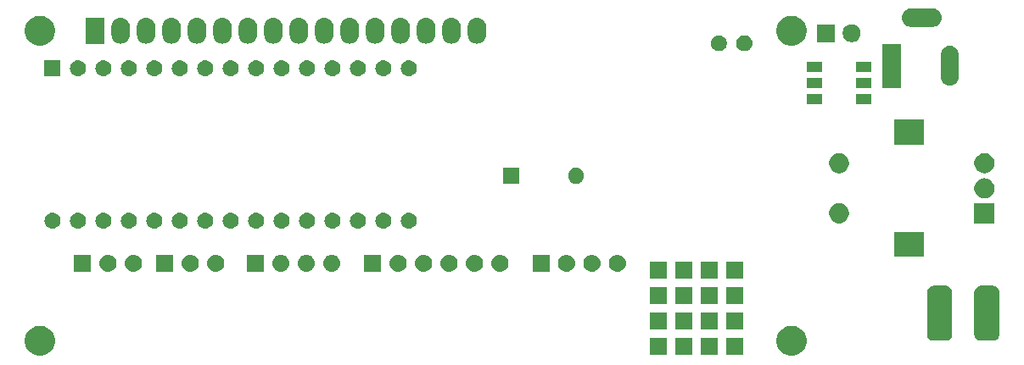
<source format=gbr>
G04 #@! TF.GenerationSoftware,KiCad,Pcbnew,(5.1.4)-1*
G04 #@! TF.CreationDate,2019-11-24T22:27:53-03:30*
G04 #@! TF.ProjectId,Striduino,53747269-6475-4696-9e6f-2e6b69636164,rev?*
G04 #@! TF.SameCoordinates,Original*
G04 #@! TF.FileFunction,Soldermask,Top*
G04 #@! TF.FilePolarity,Negative*
%FSLAX46Y46*%
G04 Gerber Fmt 4.6, Leading zero omitted, Abs format (unit mm)*
G04 Created by KiCad (PCBNEW (5.1.4)-1) date 2019-11-24 22:27:53*
%MOMM*%
%LPD*%
G04 APERTURE LIST*
%ADD10C,0.100000*%
G04 APERTURE END LIST*
D10*
G36*
X128186302Y-145807024D02*
G01*
X128459402Y-145920145D01*
X128705184Y-146084372D01*
X128914208Y-146293396D01*
X129078435Y-146539178D01*
X129191556Y-146812278D01*
X129249225Y-147102199D01*
X129249225Y-147397801D01*
X129191556Y-147687722D01*
X129078435Y-147960822D01*
X128914208Y-148206604D01*
X128705184Y-148415628D01*
X128459402Y-148579855D01*
X128186302Y-148692976D01*
X127896381Y-148750645D01*
X127600779Y-148750645D01*
X127310858Y-148692976D01*
X127037758Y-148579855D01*
X126791976Y-148415628D01*
X126582952Y-148206604D01*
X126418725Y-147960822D01*
X126305604Y-147687722D01*
X126247935Y-147397801D01*
X126247935Y-147102199D01*
X126305604Y-146812278D01*
X126418725Y-146539178D01*
X126582952Y-146293396D01*
X126791976Y-146084372D01*
X127037758Y-145920145D01*
X127310858Y-145807024D01*
X127600779Y-145749355D01*
X127896381Y-145749355D01*
X128186302Y-145807024D01*
X128186302Y-145807024D01*
G37*
G36*
X53187722Y-145807024D02*
G01*
X53460822Y-145920145D01*
X53706604Y-146084372D01*
X53915628Y-146293396D01*
X54079855Y-146539178D01*
X54192976Y-146812278D01*
X54250645Y-147102199D01*
X54250645Y-147397801D01*
X54192976Y-147687722D01*
X54079855Y-147960822D01*
X53915628Y-148206604D01*
X53706604Y-148415628D01*
X53460822Y-148579855D01*
X53187722Y-148692976D01*
X52897801Y-148750645D01*
X52602199Y-148750645D01*
X52312278Y-148692976D01*
X52039178Y-148579855D01*
X51793396Y-148415628D01*
X51584372Y-148206604D01*
X51420145Y-147960822D01*
X51307024Y-147687722D01*
X51249355Y-147397801D01*
X51249355Y-147102199D01*
X51307024Y-146812278D01*
X51420145Y-146539178D01*
X51584372Y-146293396D01*
X51793396Y-146084372D01*
X52039178Y-145920145D01*
X52312278Y-145807024D01*
X52602199Y-145749355D01*
X52897801Y-145749355D01*
X53187722Y-145807024D01*
X53187722Y-145807024D01*
G37*
G36*
X117890645Y-148670645D02*
G01*
X116189355Y-148670645D01*
X116189355Y-146969355D01*
X117890645Y-146969355D01*
X117890645Y-148670645D01*
X117890645Y-148670645D01*
G37*
G36*
X115350645Y-148670645D02*
G01*
X113649355Y-148670645D01*
X113649355Y-146969355D01*
X115350645Y-146969355D01*
X115350645Y-148670645D01*
X115350645Y-148670645D01*
G37*
G36*
X120430645Y-148670645D02*
G01*
X118729355Y-148670645D01*
X118729355Y-146969355D01*
X120430645Y-146969355D01*
X120430645Y-148670645D01*
X120430645Y-148670645D01*
G37*
G36*
X122970645Y-148670645D02*
G01*
X121269355Y-148670645D01*
X121269355Y-146969355D01*
X122970645Y-146969355D01*
X122970645Y-148670645D01*
X122970645Y-148670645D01*
G37*
G36*
X147997962Y-141761362D02*
G01*
X148115118Y-141796901D01*
X148223088Y-141854613D01*
X148317723Y-141932277D01*
X148395387Y-142026912D01*
X148453099Y-142134882D01*
X148488638Y-142252038D01*
X148500645Y-142373948D01*
X148500645Y-146626052D01*
X148488638Y-146747962D01*
X148453099Y-146865118D01*
X148395387Y-146973088D01*
X148317723Y-147067723D01*
X148223088Y-147145387D01*
X148115118Y-147203099D01*
X147997962Y-147238638D01*
X147876052Y-147250645D01*
X146623948Y-147250645D01*
X146502038Y-147238638D01*
X146384882Y-147203099D01*
X146276912Y-147145387D01*
X146182277Y-147067723D01*
X146104613Y-146973088D01*
X146046901Y-146865118D01*
X146011362Y-146747962D01*
X145999355Y-146626052D01*
X145999355Y-142373948D01*
X146011362Y-142252038D01*
X146046901Y-142134882D01*
X146104613Y-142026912D01*
X146182277Y-141932277D01*
X146276912Y-141854613D01*
X146384882Y-141796901D01*
X146502038Y-141761362D01*
X146623948Y-141749355D01*
X147876052Y-141749355D01*
X147997962Y-141761362D01*
X147997962Y-141761362D01*
G37*
G36*
X143297962Y-141761362D02*
G01*
X143415118Y-141796901D01*
X143523088Y-141854613D01*
X143617723Y-141932277D01*
X143695387Y-142026912D01*
X143753099Y-142134882D01*
X143788638Y-142252038D01*
X143800645Y-142373948D01*
X143800645Y-146626052D01*
X143788638Y-146747962D01*
X143753099Y-146865118D01*
X143695387Y-146973088D01*
X143617723Y-147067723D01*
X143523088Y-147145387D01*
X143415118Y-147203099D01*
X143297962Y-147238638D01*
X143176052Y-147250645D01*
X141923948Y-147250645D01*
X141802038Y-147238638D01*
X141684882Y-147203099D01*
X141576912Y-147145387D01*
X141482277Y-147067723D01*
X141404613Y-146973088D01*
X141346901Y-146865118D01*
X141311362Y-146747962D01*
X141299355Y-146626052D01*
X141299355Y-142373948D01*
X141311362Y-142252038D01*
X141346901Y-142134882D01*
X141404613Y-142026912D01*
X141482277Y-141932277D01*
X141576912Y-141854613D01*
X141684882Y-141796901D01*
X141802038Y-141761362D01*
X141923948Y-141749355D01*
X143176052Y-141749355D01*
X143297962Y-141761362D01*
X143297962Y-141761362D01*
G37*
G36*
X117890645Y-146130645D02*
G01*
X116189355Y-146130645D01*
X116189355Y-144429355D01*
X117890645Y-144429355D01*
X117890645Y-146130645D01*
X117890645Y-146130645D01*
G37*
G36*
X115350645Y-146130645D02*
G01*
X113649355Y-146130645D01*
X113649355Y-144429355D01*
X115350645Y-144429355D01*
X115350645Y-146130645D01*
X115350645Y-146130645D01*
G37*
G36*
X122970645Y-146130645D02*
G01*
X121269355Y-146130645D01*
X121269355Y-144429355D01*
X122970645Y-144429355D01*
X122970645Y-146130645D01*
X122970645Y-146130645D01*
G37*
G36*
X120430645Y-146130645D02*
G01*
X118729355Y-146130645D01*
X118729355Y-144429355D01*
X120430645Y-144429355D01*
X120430645Y-146130645D01*
X120430645Y-146130645D01*
G37*
G36*
X115350645Y-143590645D02*
G01*
X113649355Y-143590645D01*
X113649355Y-141889355D01*
X115350645Y-141889355D01*
X115350645Y-143590645D01*
X115350645Y-143590645D01*
G37*
G36*
X117890645Y-143590645D02*
G01*
X116189355Y-143590645D01*
X116189355Y-141889355D01*
X117890645Y-141889355D01*
X117890645Y-143590645D01*
X117890645Y-143590645D01*
G37*
G36*
X120430645Y-143590645D02*
G01*
X118729355Y-143590645D01*
X118729355Y-141889355D01*
X120430645Y-141889355D01*
X120430645Y-143590645D01*
X120430645Y-143590645D01*
G37*
G36*
X122970645Y-143590645D02*
G01*
X121269355Y-143590645D01*
X121269355Y-141889355D01*
X122970645Y-141889355D01*
X122970645Y-143590645D01*
X122970645Y-143590645D01*
G37*
G36*
X117890645Y-141050645D02*
G01*
X116189355Y-141050645D01*
X116189355Y-139349355D01*
X117890645Y-139349355D01*
X117890645Y-141050645D01*
X117890645Y-141050645D01*
G37*
G36*
X120430645Y-141050645D02*
G01*
X118729355Y-141050645D01*
X118729355Y-139349355D01*
X120430645Y-139349355D01*
X120430645Y-141050645D01*
X120430645Y-141050645D01*
G37*
G36*
X122970645Y-141050645D02*
G01*
X121269355Y-141050645D01*
X121269355Y-139349355D01*
X122970645Y-139349355D01*
X122970645Y-141050645D01*
X122970645Y-141050645D01*
G37*
G36*
X115350645Y-141050645D02*
G01*
X113649355Y-141050645D01*
X113649355Y-139349355D01*
X115350645Y-139349355D01*
X115350645Y-141050645D01*
X115350645Y-141050645D01*
G37*
G36*
X82036752Y-138661663D02*
G01*
X82036755Y-138661664D01*
X82197102Y-138710305D01*
X82344879Y-138789293D01*
X82344881Y-138789294D01*
X82344880Y-138789294D01*
X82474407Y-138895593D01*
X82580706Y-139025120D01*
X82659695Y-139172898D01*
X82708337Y-139333248D01*
X82724760Y-139500000D01*
X82708337Y-139666752D01*
X82708336Y-139666755D01*
X82659695Y-139827102D01*
X82580707Y-139974879D01*
X82474407Y-140104407D01*
X82344879Y-140210707D01*
X82197102Y-140289695D01*
X82036752Y-140338337D01*
X81911785Y-140350645D01*
X81828215Y-140350645D01*
X81703248Y-140338337D01*
X81542898Y-140289695D01*
X81395121Y-140210707D01*
X81265593Y-140104407D01*
X81159293Y-139974879D01*
X81080305Y-139827102D01*
X81031664Y-139666755D01*
X81031663Y-139666752D01*
X81015240Y-139500000D01*
X81031663Y-139333248D01*
X81080305Y-139172898D01*
X81159294Y-139025120D01*
X81265593Y-138895593D01*
X81395120Y-138789294D01*
X81395119Y-138789294D01*
X81395121Y-138789293D01*
X81542898Y-138710305D01*
X81703245Y-138661664D01*
X81703248Y-138661663D01*
X81828215Y-138649355D01*
X81911785Y-138649355D01*
X82036752Y-138661663D01*
X82036752Y-138661663D01*
G37*
G36*
X59706752Y-138661663D02*
G01*
X59706755Y-138661664D01*
X59867102Y-138710305D01*
X60014879Y-138789293D01*
X60014881Y-138789294D01*
X60014880Y-138789294D01*
X60144407Y-138895593D01*
X60250706Y-139025120D01*
X60329695Y-139172898D01*
X60378337Y-139333248D01*
X60394760Y-139500000D01*
X60378337Y-139666752D01*
X60378336Y-139666755D01*
X60329695Y-139827102D01*
X60250707Y-139974879D01*
X60144407Y-140104407D01*
X60014879Y-140210707D01*
X59867102Y-140289695D01*
X59706752Y-140338337D01*
X59581785Y-140350645D01*
X59498215Y-140350645D01*
X59373248Y-140338337D01*
X59212898Y-140289695D01*
X59065121Y-140210707D01*
X58935593Y-140104407D01*
X58829293Y-139974879D01*
X58750305Y-139827102D01*
X58701664Y-139666755D01*
X58701663Y-139666752D01*
X58685240Y-139500000D01*
X58701663Y-139333248D01*
X58750305Y-139172898D01*
X58829294Y-139025120D01*
X58935593Y-138895593D01*
X59065120Y-138789294D01*
X59065119Y-138789294D01*
X59065121Y-138789293D01*
X59212898Y-138710305D01*
X59373245Y-138661664D01*
X59373248Y-138661663D01*
X59498215Y-138649355D01*
X59581785Y-138649355D01*
X59706752Y-138661663D01*
X59706752Y-138661663D01*
G37*
G36*
X62246752Y-138661663D02*
G01*
X62246755Y-138661664D01*
X62407102Y-138710305D01*
X62554879Y-138789293D01*
X62554881Y-138789294D01*
X62554880Y-138789294D01*
X62684407Y-138895593D01*
X62790706Y-139025120D01*
X62869695Y-139172898D01*
X62918337Y-139333248D01*
X62934760Y-139500000D01*
X62918337Y-139666752D01*
X62918336Y-139666755D01*
X62869695Y-139827102D01*
X62790707Y-139974879D01*
X62684407Y-140104407D01*
X62554879Y-140210707D01*
X62407102Y-140289695D01*
X62246752Y-140338337D01*
X62121785Y-140350645D01*
X62038215Y-140350645D01*
X61913248Y-140338337D01*
X61752898Y-140289695D01*
X61605121Y-140210707D01*
X61475593Y-140104407D01*
X61369293Y-139974879D01*
X61290305Y-139827102D01*
X61241664Y-139666755D01*
X61241663Y-139666752D01*
X61225240Y-139500000D01*
X61241663Y-139333248D01*
X61290305Y-139172898D01*
X61369294Y-139025120D01*
X61475593Y-138895593D01*
X61605120Y-138789294D01*
X61605119Y-138789294D01*
X61605121Y-138789293D01*
X61752898Y-138710305D01*
X61913245Y-138661664D01*
X61913248Y-138661663D01*
X62038215Y-138649355D01*
X62121785Y-138649355D01*
X62246752Y-138661663D01*
X62246752Y-138661663D01*
G37*
G36*
X70456752Y-138661663D02*
G01*
X70456755Y-138661664D01*
X70617102Y-138710305D01*
X70764879Y-138789293D01*
X70764881Y-138789294D01*
X70764880Y-138789294D01*
X70894407Y-138895593D01*
X71000706Y-139025120D01*
X71079695Y-139172898D01*
X71128337Y-139333248D01*
X71144760Y-139500000D01*
X71128337Y-139666752D01*
X71128336Y-139666755D01*
X71079695Y-139827102D01*
X71000707Y-139974879D01*
X70894407Y-140104407D01*
X70764879Y-140210707D01*
X70617102Y-140289695D01*
X70456752Y-140338337D01*
X70331785Y-140350645D01*
X70248215Y-140350645D01*
X70123248Y-140338337D01*
X69962898Y-140289695D01*
X69815121Y-140210707D01*
X69685593Y-140104407D01*
X69579293Y-139974879D01*
X69500305Y-139827102D01*
X69451664Y-139666755D01*
X69451663Y-139666752D01*
X69435240Y-139500000D01*
X69451663Y-139333248D01*
X69500305Y-139172898D01*
X69579294Y-139025120D01*
X69685593Y-138895593D01*
X69815120Y-138789294D01*
X69815119Y-138789294D01*
X69815121Y-138789293D01*
X69962898Y-138710305D01*
X70123245Y-138661664D01*
X70123248Y-138661663D01*
X70248215Y-138649355D01*
X70331785Y-138649355D01*
X70456752Y-138661663D01*
X70456752Y-138661663D01*
G37*
G36*
X67916752Y-138661663D02*
G01*
X67916755Y-138661664D01*
X68077102Y-138710305D01*
X68224879Y-138789293D01*
X68224881Y-138789294D01*
X68224880Y-138789294D01*
X68354407Y-138895593D01*
X68460706Y-139025120D01*
X68539695Y-139172898D01*
X68588337Y-139333248D01*
X68604760Y-139500000D01*
X68588337Y-139666752D01*
X68588336Y-139666755D01*
X68539695Y-139827102D01*
X68460707Y-139974879D01*
X68354407Y-140104407D01*
X68224879Y-140210707D01*
X68077102Y-140289695D01*
X67916752Y-140338337D01*
X67791785Y-140350645D01*
X67708215Y-140350645D01*
X67583248Y-140338337D01*
X67422898Y-140289695D01*
X67275121Y-140210707D01*
X67145593Y-140104407D01*
X67039293Y-139974879D01*
X66960305Y-139827102D01*
X66911664Y-139666755D01*
X66911663Y-139666752D01*
X66895240Y-139500000D01*
X66911663Y-139333248D01*
X66960305Y-139172898D01*
X67039294Y-139025120D01*
X67145593Y-138895593D01*
X67275120Y-138789294D01*
X67275119Y-138789294D01*
X67275121Y-138789293D01*
X67422898Y-138710305D01*
X67583245Y-138661664D01*
X67583248Y-138661663D01*
X67708215Y-138649355D01*
X67791785Y-138649355D01*
X67916752Y-138661663D01*
X67916752Y-138661663D01*
G37*
G36*
X66060645Y-140350645D02*
G01*
X64359355Y-140350645D01*
X64359355Y-138649355D01*
X66060645Y-138649355D01*
X66060645Y-140350645D01*
X66060645Y-140350645D01*
G37*
G36*
X86810645Y-140350645D02*
G01*
X85109355Y-140350645D01*
X85109355Y-138649355D01*
X86810645Y-138649355D01*
X86810645Y-140350645D01*
X86810645Y-140350645D01*
G37*
G36*
X88666752Y-138661663D02*
G01*
X88666755Y-138661664D01*
X88827102Y-138710305D01*
X88974879Y-138789293D01*
X88974881Y-138789294D01*
X88974880Y-138789294D01*
X89104407Y-138895593D01*
X89210706Y-139025120D01*
X89289695Y-139172898D01*
X89338337Y-139333248D01*
X89354760Y-139500000D01*
X89338337Y-139666752D01*
X89338336Y-139666755D01*
X89289695Y-139827102D01*
X89210707Y-139974879D01*
X89104407Y-140104407D01*
X88974879Y-140210707D01*
X88827102Y-140289695D01*
X88666752Y-140338337D01*
X88541785Y-140350645D01*
X88458215Y-140350645D01*
X88333248Y-140338337D01*
X88172898Y-140289695D01*
X88025121Y-140210707D01*
X87895593Y-140104407D01*
X87789293Y-139974879D01*
X87710305Y-139827102D01*
X87661664Y-139666755D01*
X87661663Y-139666752D01*
X87645240Y-139500000D01*
X87661663Y-139333248D01*
X87710305Y-139172898D01*
X87789294Y-139025120D01*
X87895593Y-138895593D01*
X88025120Y-138789294D01*
X88025119Y-138789294D01*
X88025121Y-138789293D01*
X88172898Y-138710305D01*
X88333245Y-138661664D01*
X88333248Y-138661663D01*
X88458215Y-138649355D01*
X88541785Y-138649355D01*
X88666752Y-138661663D01*
X88666752Y-138661663D01*
G37*
G36*
X91206752Y-138661663D02*
G01*
X91206755Y-138661664D01*
X91367102Y-138710305D01*
X91514879Y-138789293D01*
X91514881Y-138789294D01*
X91514880Y-138789294D01*
X91644407Y-138895593D01*
X91750706Y-139025120D01*
X91829695Y-139172898D01*
X91878337Y-139333248D01*
X91894760Y-139500000D01*
X91878337Y-139666752D01*
X91878336Y-139666755D01*
X91829695Y-139827102D01*
X91750707Y-139974879D01*
X91644407Y-140104407D01*
X91514879Y-140210707D01*
X91367102Y-140289695D01*
X91206752Y-140338337D01*
X91081785Y-140350645D01*
X90998215Y-140350645D01*
X90873248Y-140338337D01*
X90712898Y-140289695D01*
X90565121Y-140210707D01*
X90435593Y-140104407D01*
X90329293Y-139974879D01*
X90250305Y-139827102D01*
X90201664Y-139666755D01*
X90201663Y-139666752D01*
X90185240Y-139500000D01*
X90201663Y-139333248D01*
X90250305Y-139172898D01*
X90329294Y-139025120D01*
X90435593Y-138895593D01*
X90565120Y-138789294D01*
X90565119Y-138789294D01*
X90565121Y-138789293D01*
X90712898Y-138710305D01*
X90873245Y-138661664D01*
X90873248Y-138661663D01*
X90998215Y-138649355D01*
X91081785Y-138649355D01*
X91206752Y-138661663D01*
X91206752Y-138661663D01*
G37*
G36*
X57850645Y-140350645D02*
G01*
X56149355Y-140350645D01*
X56149355Y-138649355D01*
X57850645Y-138649355D01*
X57850645Y-140350645D01*
X57850645Y-140350645D01*
G37*
G36*
X98826752Y-138661663D02*
G01*
X98826755Y-138661664D01*
X98987102Y-138710305D01*
X99134879Y-138789293D01*
X99134881Y-138789294D01*
X99134880Y-138789294D01*
X99264407Y-138895593D01*
X99370706Y-139025120D01*
X99449695Y-139172898D01*
X99498337Y-139333248D01*
X99514760Y-139500000D01*
X99498337Y-139666752D01*
X99498336Y-139666755D01*
X99449695Y-139827102D01*
X99370707Y-139974879D01*
X99264407Y-140104407D01*
X99134879Y-140210707D01*
X98987102Y-140289695D01*
X98826752Y-140338337D01*
X98701785Y-140350645D01*
X98618215Y-140350645D01*
X98493248Y-140338337D01*
X98332898Y-140289695D01*
X98185121Y-140210707D01*
X98055593Y-140104407D01*
X97949293Y-139974879D01*
X97870305Y-139827102D01*
X97821664Y-139666755D01*
X97821663Y-139666752D01*
X97805240Y-139500000D01*
X97821663Y-139333248D01*
X97870305Y-139172898D01*
X97949294Y-139025120D01*
X98055593Y-138895593D01*
X98185120Y-138789294D01*
X98185119Y-138789294D01*
X98185121Y-138789293D01*
X98332898Y-138710305D01*
X98493245Y-138661664D01*
X98493248Y-138661663D01*
X98618215Y-138649355D01*
X98701785Y-138649355D01*
X98826752Y-138661663D01*
X98826752Y-138661663D01*
G37*
G36*
X75100645Y-140350645D02*
G01*
X73399355Y-140350645D01*
X73399355Y-138649355D01*
X75100645Y-138649355D01*
X75100645Y-140350645D01*
X75100645Y-140350645D01*
G37*
G36*
X76956752Y-138661663D02*
G01*
X76956755Y-138661664D01*
X77117102Y-138710305D01*
X77264879Y-138789293D01*
X77264881Y-138789294D01*
X77264880Y-138789294D01*
X77394407Y-138895593D01*
X77500706Y-139025120D01*
X77579695Y-139172898D01*
X77628337Y-139333248D01*
X77644760Y-139500000D01*
X77628337Y-139666752D01*
X77628336Y-139666755D01*
X77579695Y-139827102D01*
X77500707Y-139974879D01*
X77394407Y-140104407D01*
X77264879Y-140210707D01*
X77117102Y-140289695D01*
X76956752Y-140338337D01*
X76831785Y-140350645D01*
X76748215Y-140350645D01*
X76623248Y-140338337D01*
X76462898Y-140289695D01*
X76315121Y-140210707D01*
X76185593Y-140104407D01*
X76079293Y-139974879D01*
X76000305Y-139827102D01*
X75951664Y-139666755D01*
X75951663Y-139666752D01*
X75935240Y-139500000D01*
X75951663Y-139333248D01*
X76000305Y-139172898D01*
X76079294Y-139025120D01*
X76185593Y-138895593D01*
X76315120Y-138789294D01*
X76315119Y-138789294D01*
X76315121Y-138789293D01*
X76462898Y-138710305D01*
X76623245Y-138661664D01*
X76623248Y-138661663D01*
X76748215Y-138649355D01*
X76831785Y-138649355D01*
X76956752Y-138661663D01*
X76956752Y-138661663D01*
G37*
G36*
X93746752Y-138661663D02*
G01*
X93746755Y-138661664D01*
X93907102Y-138710305D01*
X94054879Y-138789293D01*
X94054881Y-138789294D01*
X94054880Y-138789294D01*
X94184407Y-138895593D01*
X94290706Y-139025120D01*
X94369695Y-139172898D01*
X94418337Y-139333248D01*
X94434760Y-139500000D01*
X94418337Y-139666752D01*
X94418336Y-139666755D01*
X94369695Y-139827102D01*
X94290707Y-139974879D01*
X94184407Y-140104407D01*
X94054879Y-140210707D01*
X93907102Y-140289695D01*
X93746752Y-140338337D01*
X93621785Y-140350645D01*
X93538215Y-140350645D01*
X93413248Y-140338337D01*
X93252898Y-140289695D01*
X93105121Y-140210707D01*
X92975593Y-140104407D01*
X92869293Y-139974879D01*
X92790305Y-139827102D01*
X92741664Y-139666755D01*
X92741663Y-139666752D01*
X92725240Y-139500000D01*
X92741663Y-139333248D01*
X92790305Y-139172898D01*
X92869294Y-139025120D01*
X92975593Y-138895593D01*
X93105120Y-138789294D01*
X93105119Y-138789294D01*
X93105121Y-138789293D01*
X93252898Y-138710305D01*
X93413245Y-138661664D01*
X93413248Y-138661663D01*
X93538215Y-138649355D01*
X93621785Y-138649355D01*
X93746752Y-138661663D01*
X93746752Y-138661663D01*
G37*
G36*
X79496752Y-138661663D02*
G01*
X79496755Y-138661664D01*
X79657102Y-138710305D01*
X79804879Y-138789293D01*
X79804881Y-138789294D01*
X79804880Y-138789294D01*
X79934407Y-138895593D01*
X80040706Y-139025120D01*
X80119695Y-139172898D01*
X80168337Y-139333248D01*
X80184760Y-139500000D01*
X80168337Y-139666752D01*
X80168336Y-139666755D01*
X80119695Y-139827102D01*
X80040707Y-139974879D01*
X79934407Y-140104407D01*
X79804879Y-140210707D01*
X79657102Y-140289695D01*
X79496752Y-140338337D01*
X79371785Y-140350645D01*
X79288215Y-140350645D01*
X79163248Y-140338337D01*
X79002898Y-140289695D01*
X78855121Y-140210707D01*
X78725593Y-140104407D01*
X78619293Y-139974879D01*
X78540305Y-139827102D01*
X78491664Y-139666755D01*
X78491663Y-139666752D01*
X78475240Y-139500000D01*
X78491663Y-139333248D01*
X78540305Y-139172898D01*
X78619294Y-139025120D01*
X78725593Y-138895593D01*
X78855120Y-138789294D01*
X78855119Y-138789294D01*
X78855121Y-138789293D01*
X79002898Y-138710305D01*
X79163245Y-138661664D01*
X79163248Y-138661663D01*
X79288215Y-138649355D01*
X79371785Y-138649355D01*
X79496752Y-138661663D01*
X79496752Y-138661663D01*
G37*
G36*
X110536752Y-138661663D02*
G01*
X110536755Y-138661664D01*
X110697102Y-138710305D01*
X110844879Y-138789293D01*
X110844881Y-138789294D01*
X110844880Y-138789294D01*
X110974407Y-138895593D01*
X111080706Y-139025120D01*
X111159695Y-139172898D01*
X111208337Y-139333248D01*
X111224760Y-139500000D01*
X111208337Y-139666752D01*
X111208336Y-139666755D01*
X111159695Y-139827102D01*
X111080707Y-139974879D01*
X110974407Y-140104407D01*
X110844879Y-140210707D01*
X110697102Y-140289695D01*
X110536752Y-140338337D01*
X110411785Y-140350645D01*
X110328215Y-140350645D01*
X110203248Y-140338337D01*
X110042898Y-140289695D01*
X109895121Y-140210707D01*
X109765593Y-140104407D01*
X109659293Y-139974879D01*
X109580305Y-139827102D01*
X109531664Y-139666755D01*
X109531663Y-139666752D01*
X109515240Y-139500000D01*
X109531663Y-139333248D01*
X109580305Y-139172898D01*
X109659294Y-139025120D01*
X109765593Y-138895593D01*
X109895120Y-138789294D01*
X109895119Y-138789294D01*
X109895121Y-138789293D01*
X110042898Y-138710305D01*
X110203245Y-138661664D01*
X110203248Y-138661663D01*
X110328215Y-138649355D01*
X110411785Y-138649355D01*
X110536752Y-138661663D01*
X110536752Y-138661663D01*
G37*
G36*
X107996752Y-138661663D02*
G01*
X107996755Y-138661664D01*
X108157102Y-138710305D01*
X108304879Y-138789293D01*
X108304881Y-138789294D01*
X108304880Y-138789294D01*
X108434407Y-138895593D01*
X108540706Y-139025120D01*
X108619695Y-139172898D01*
X108668337Y-139333248D01*
X108684760Y-139500000D01*
X108668337Y-139666752D01*
X108668336Y-139666755D01*
X108619695Y-139827102D01*
X108540707Y-139974879D01*
X108434407Y-140104407D01*
X108304879Y-140210707D01*
X108157102Y-140289695D01*
X107996752Y-140338337D01*
X107871785Y-140350645D01*
X107788215Y-140350645D01*
X107663248Y-140338337D01*
X107502898Y-140289695D01*
X107355121Y-140210707D01*
X107225593Y-140104407D01*
X107119293Y-139974879D01*
X107040305Y-139827102D01*
X106991664Y-139666755D01*
X106991663Y-139666752D01*
X106975240Y-139500000D01*
X106991663Y-139333248D01*
X107040305Y-139172898D01*
X107119294Y-139025120D01*
X107225593Y-138895593D01*
X107355120Y-138789294D01*
X107355119Y-138789294D01*
X107355121Y-138789293D01*
X107502898Y-138710305D01*
X107663245Y-138661664D01*
X107663248Y-138661663D01*
X107788215Y-138649355D01*
X107871785Y-138649355D01*
X107996752Y-138661663D01*
X107996752Y-138661663D01*
G37*
G36*
X105456752Y-138661663D02*
G01*
X105456755Y-138661664D01*
X105617102Y-138710305D01*
X105764879Y-138789293D01*
X105764881Y-138789294D01*
X105764880Y-138789294D01*
X105894407Y-138895593D01*
X106000706Y-139025120D01*
X106079695Y-139172898D01*
X106128337Y-139333248D01*
X106144760Y-139500000D01*
X106128337Y-139666752D01*
X106128336Y-139666755D01*
X106079695Y-139827102D01*
X106000707Y-139974879D01*
X105894407Y-140104407D01*
X105764879Y-140210707D01*
X105617102Y-140289695D01*
X105456752Y-140338337D01*
X105331785Y-140350645D01*
X105248215Y-140350645D01*
X105123248Y-140338337D01*
X104962898Y-140289695D01*
X104815121Y-140210707D01*
X104685593Y-140104407D01*
X104579293Y-139974879D01*
X104500305Y-139827102D01*
X104451664Y-139666755D01*
X104451663Y-139666752D01*
X104435240Y-139500000D01*
X104451663Y-139333248D01*
X104500305Y-139172898D01*
X104579294Y-139025120D01*
X104685593Y-138895593D01*
X104815120Y-138789294D01*
X104815119Y-138789294D01*
X104815121Y-138789293D01*
X104962898Y-138710305D01*
X105123245Y-138661664D01*
X105123248Y-138661663D01*
X105248215Y-138649355D01*
X105331785Y-138649355D01*
X105456752Y-138661663D01*
X105456752Y-138661663D01*
G37*
G36*
X103600645Y-140350645D02*
G01*
X101899355Y-140350645D01*
X101899355Y-138649355D01*
X103600645Y-138649355D01*
X103600645Y-140350645D01*
X103600645Y-140350645D01*
G37*
G36*
X96286752Y-138661663D02*
G01*
X96286755Y-138661664D01*
X96447102Y-138710305D01*
X96594879Y-138789293D01*
X96594881Y-138789294D01*
X96594880Y-138789294D01*
X96724407Y-138895593D01*
X96830706Y-139025120D01*
X96909695Y-139172898D01*
X96958337Y-139333248D01*
X96974760Y-139500000D01*
X96958337Y-139666752D01*
X96958336Y-139666755D01*
X96909695Y-139827102D01*
X96830707Y-139974879D01*
X96724407Y-140104407D01*
X96594879Y-140210707D01*
X96447102Y-140289695D01*
X96286752Y-140338337D01*
X96161785Y-140350645D01*
X96078215Y-140350645D01*
X95953248Y-140338337D01*
X95792898Y-140289695D01*
X95645121Y-140210707D01*
X95515593Y-140104407D01*
X95409293Y-139974879D01*
X95330305Y-139827102D01*
X95281664Y-139666755D01*
X95281663Y-139666752D01*
X95265240Y-139500000D01*
X95281663Y-139333248D01*
X95330305Y-139172898D01*
X95409294Y-139025120D01*
X95515593Y-138895593D01*
X95645120Y-138789294D01*
X95645119Y-138789294D01*
X95645121Y-138789293D01*
X95792898Y-138710305D01*
X95953245Y-138661664D01*
X95953248Y-138661663D01*
X96078215Y-138649355D01*
X96161785Y-138649355D01*
X96286752Y-138661663D01*
X96286752Y-138661663D01*
G37*
G36*
X141000645Y-138850645D02*
G01*
X137999355Y-138850645D01*
X137999355Y-136349355D01*
X141000645Y-136349355D01*
X141000645Y-138850645D01*
X141000645Y-138850645D01*
G37*
G36*
X87176951Y-134450940D02*
G01*
X87176954Y-134450941D01*
X87327876Y-134496722D01*
X87466966Y-134571068D01*
X87466968Y-134571069D01*
X87466967Y-134571069D01*
X87588881Y-134671119D01*
X87679960Y-134782102D01*
X87688932Y-134793034D01*
X87763278Y-134932124D01*
X87805281Y-135070591D01*
X87809060Y-135083049D01*
X87824518Y-135240000D01*
X87809060Y-135396951D01*
X87809059Y-135396954D01*
X87763278Y-135547876D01*
X87688932Y-135686966D01*
X87688931Y-135686967D01*
X87588881Y-135808881D01*
X87477898Y-135899960D01*
X87466966Y-135908932D01*
X87327876Y-135983278D01*
X87189409Y-136025281D01*
X87176951Y-136029060D01*
X87059327Y-136040645D01*
X86980673Y-136040645D01*
X86863049Y-136029060D01*
X86850591Y-136025281D01*
X86712124Y-135983278D01*
X86573034Y-135908932D01*
X86562102Y-135899960D01*
X86451119Y-135808881D01*
X86351069Y-135686967D01*
X86351068Y-135686966D01*
X86276722Y-135547876D01*
X86230941Y-135396954D01*
X86230940Y-135396951D01*
X86215482Y-135240000D01*
X86230940Y-135083049D01*
X86234719Y-135070591D01*
X86276722Y-134932124D01*
X86351068Y-134793034D01*
X86360040Y-134782102D01*
X86451119Y-134671119D01*
X86573033Y-134571069D01*
X86573032Y-134571069D01*
X86573034Y-134571068D01*
X86712124Y-134496722D01*
X86863046Y-134450941D01*
X86863049Y-134450940D01*
X86980673Y-134439355D01*
X87059327Y-134439355D01*
X87176951Y-134450940D01*
X87176951Y-134450940D01*
G37*
G36*
X84636951Y-134450940D02*
G01*
X84636954Y-134450941D01*
X84787876Y-134496722D01*
X84926966Y-134571068D01*
X84926968Y-134571069D01*
X84926967Y-134571069D01*
X85048881Y-134671119D01*
X85139960Y-134782102D01*
X85148932Y-134793034D01*
X85223278Y-134932124D01*
X85265281Y-135070591D01*
X85269060Y-135083049D01*
X85284518Y-135240000D01*
X85269060Y-135396951D01*
X85269059Y-135396954D01*
X85223278Y-135547876D01*
X85148932Y-135686966D01*
X85148931Y-135686967D01*
X85048881Y-135808881D01*
X84937898Y-135899960D01*
X84926966Y-135908932D01*
X84787876Y-135983278D01*
X84649409Y-136025281D01*
X84636951Y-136029060D01*
X84519327Y-136040645D01*
X84440673Y-136040645D01*
X84323049Y-136029060D01*
X84310591Y-136025281D01*
X84172124Y-135983278D01*
X84033034Y-135908932D01*
X84022102Y-135899960D01*
X83911119Y-135808881D01*
X83811069Y-135686967D01*
X83811068Y-135686966D01*
X83736722Y-135547876D01*
X83690941Y-135396954D01*
X83690940Y-135396951D01*
X83675482Y-135240000D01*
X83690940Y-135083049D01*
X83694719Y-135070591D01*
X83736722Y-134932124D01*
X83811068Y-134793034D01*
X83820040Y-134782102D01*
X83911119Y-134671119D01*
X84033033Y-134571069D01*
X84033032Y-134571069D01*
X84033034Y-134571068D01*
X84172124Y-134496722D01*
X84323046Y-134450941D01*
X84323049Y-134450940D01*
X84440673Y-134439355D01*
X84519327Y-134439355D01*
X84636951Y-134450940D01*
X84636951Y-134450940D01*
G37*
G36*
X82096951Y-134450940D02*
G01*
X82096954Y-134450941D01*
X82247876Y-134496722D01*
X82386966Y-134571068D01*
X82386968Y-134571069D01*
X82386967Y-134571069D01*
X82508881Y-134671119D01*
X82599960Y-134782102D01*
X82608932Y-134793034D01*
X82683278Y-134932124D01*
X82725281Y-135070591D01*
X82729060Y-135083049D01*
X82744518Y-135240000D01*
X82729060Y-135396951D01*
X82729059Y-135396954D01*
X82683278Y-135547876D01*
X82608932Y-135686966D01*
X82608931Y-135686967D01*
X82508881Y-135808881D01*
X82397898Y-135899960D01*
X82386966Y-135908932D01*
X82247876Y-135983278D01*
X82109409Y-136025281D01*
X82096951Y-136029060D01*
X81979327Y-136040645D01*
X81900673Y-136040645D01*
X81783049Y-136029060D01*
X81770591Y-136025281D01*
X81632124Y-135983278D01*
X81493034Y-135908932D01*
X81482102Y-135899960D01*
X81371119Y-135808881D01*
X81271069Y-135686967D01*
X81271068Y-135686966D01*
X81196722Y-135547876D01*
X81150941Y-135396954D01*
X81150940Y-135396951D01*
X81135482Y-135240000D01*
X81150940Y-135083049D01*
X81154719Y-135070591D01*
X81196722Y-134932124D01*
X81271068Y-134793034D01*
X81280040Y-134782102D01*
X81371119Y-134671119D01*
X81493033Y-134571069D01*
X81493032Y-134571069D01*
X81493034Y-134571068D01*
X81632124Y-134496722D01*
X81783046Y-134450941D01*
X81783049Y-134450940D01*
X81900673Y-134439355D01*
X81979327Y-134439355D01*
X82096951Y-134450940D01*
X82096951Y-134450940D01*
G37*
G36*
X79556951Y-134450940D02*
G01*
X79556954Y-134450941D01*
X79707876Y-134496722D01*
X79846966Y-134571068D01*
X79846968Y-134571069D01*
X79846967Y-134571069D01*
X79968881Y-134671119D01*
X80059960Y-134782102D01*
X80068932Y-134793034D01*
X80143278Y-134932124D01*
X80185281Y-135070591D01*
X80189060Y-135083049D01*
X80204518Y-135240000D01*
X80189060Y-135396951D01*
X80189059Y-135396954D01*
X80143278Y-135547876D01*
X80068932Y-135686966D01*
X80068931Y-135686967D01*
X79968881Y-135808881D01*
X79857898Y-135899960D01*
X79846966Y-135908932D01*
X79707876Y-135983278D01*
X79569409Y-136025281D01*
X79556951Y-136029060D01*
X79439327Y-136040645D01*
X79360673Y-136040645D01*
X79243049Y-136029060D01*
X79230591Y-136025281D01*
X79092124Y-135983278D01*
X78953034Y-135908932D01*
X78942102Y-135899960D01*
X78831119Y-135808881D01*
X78731069Y-135686967D01*
X78731068Y-135686966D01*
X78656722Y-135547876D01*
X78610941Y-135396954D01*
X78610940Y-135396951D01*
X78595482Y-135240000D01*
X78610940Y-135083049D01*
X78614719Y-135070591D01*
X78656722Y-134932124D01*
X78731068Y-134793034D01*
X78740040Y-134782102D01*
X78831119Y-134671119D01*
X78953033Y-134571069D01*
X78953032Y-134571069D01*
X78953034Y-134571068D01*
X79092124Y-134496722D01*
X79243046Y-134450941D01*
X79243049Y-134450940D01*
X79360673Y-134439355D01*
X79439327Y-134439355D01*
X79556951Y-134450940D01*
X79556951Y-134450940D01*
G37*
G36*
X71936951Y-134450940D02*
G01*
X71936954Y-134450941D01*
X72087876Y-134496722D01*
X72226966Y-134571068D01*
X72226968Y-134571069D01*
X72226967Y-134571069D01*
X72348881Y-134671119D01*
X72439960Y-134782102D01*
X72448932Y-134793034D01*
X72523278Y-134932124D01*
X72565281Y-135070591D01*
X72569060Y-135083049D01*
X72584518Y-135240000D01*
X72569060Y-135396951D01*
X72569059Y-135396954D01*
X72523278Y-135547876D01*
X72448932Y-135686966D01*
X72448931Y-135686967D01*
X72348881Y-135808881D01*
X72237898Y-135899960D01*
X72226966Y-135908932D01*
X72087876Y-135983278D01*
X71949409Y-136025281D01*
X71936951Y-136029060D01*
X71819327Y-136040645D01*
X71740673Y-136040645D01*
X71623049Y-136029060D01*
X71610591Y-136025281D01*
X71472124Y-135983278D01*
X71333034Y-135908932D01*
X71322102Y-135899960D01*
X71211119Y-135808881D01*
X71111069Y-135686967D01*
X71111068Y-135686966D01*
X71036722Y-135547876D01*
X70990941Y-135396954D01*
X70990940Y-135396951D01*
X70975482Y-135240000D01*
X70990940Y-135083049D01*
X70994719Y-135070591D01*
X71036722Y-134932124D01*
X71111068Y-134793034D01*
X71120040Y-134782102D01*
X71211119Y-134671119D01*
X71333033Y-134571069D01*
X71333032Y-134571069D01*
X71333034Y-134571068D01*
X71472124Y-134496722D01*
X71623046Y-134450941D01*
X71623049Y-134450940D01*
X71740673Y-134439355D01*
X71819327Y-134439355D01*
X71936951Y-134450940D01*
X71936951Y-134450940D01*
G37*
G36*
X77016951Y-134450940D02*
G01*
X77016954Y-134450941D01*
X77167876Y-134496722D01*
X77306966Y-134571068D01*
X77306968Y-134571069D01*
X77306967Y-134571069D01*
X77428881Y-134671119D01*
X77519960Y-134782102D01*
X77528932Y-134793034D01*
X77603278Y-134932124D01*
X77645281Y-135070591D01*
X77649060Y-135083049D01*
X77664518Y-135240000D01*
X77649060Y-135396951D01*
X77649059Y-135396954D01*
X77603278Y-135547876D01*
X77528932Y-135686966D01*
X77528931Y-135686967D01*
X77428881Y-135808881D01*
X77317898Y-135899960D01*
X77306966Y-135908932D01*
X77167876Y-135983278D01*
X77029409Y-136025281D01*
X77016951Y-136029060D01*
X76899327Y-136040645D01*
X76820673Y-136040645D01*
X76703049Y-136029060D01*
X76690591Y-136025281D01*
X76552124Y-135983278D01*
X76413034Y-135908932D01*
X76402102Y-135899960D01*
X76291119Y-135808881D01*
X76191069Y-135686967D01*
X76191068Y-135686966D01*
X76116722Y-135547876D01*
X76070941Y-135396954D01*
X76070940Y-135396951D01*
X76055482Y-135240000D01*
X76070940Y-135083049D01*
X76074719Y-135070591D01*
X76116722Y-134932124D01*
X76191068Y-134793034D01*
X76200040Y-134782102D01*
X76291119Y-134671119D01*
X76413033Y-134571069D01*
X76413032Y-134571069D01*
X76413034Y-134571068D01*
X76552124Y-134496722D01*
X76703046Y-134450941D01*
X76703049Y-134450940D01*
X76820673Y-134439355D01*
X76899327Y-134439355D01*
X77016951Y-134450940D01*
X77016951Y-134450940D01*
G37*
G36*
X69396951Y-134450940D02*
G01*
X69396954Y-134450941D01*
X69547876Y-134496722D01*
X69686966Y-134571068D01*
X69686968Y-134571069D01*
X69686967Y-134571069D01*
X69808881Y-134671119D01*
X69899960Y-134782102D01*
X69908932Y-134793034D01*
X69983278Y-134932124D01*
X70025281Y-135070591D01*
X70029060Y-135083049D01*
X70044518Y-135240000D01*
X70029060Y-135396951D01*
X70029059Y-135396954D01*
X69983278Y-135547876D01*
X69908932Y-135686966D01*
X69908931Y-135686967D01*
X69808881Y-135808881D01*
X69697898Y-135899960D01*
X69686966Y-135908932D01*
X69547876Y-135983278D01*
X69409409Y-136025281D01*
X69396951Y-136029060D01*
X69279327Y-136040645D01*
X69200673Y-136040645D01*
X69083049Y-136029060D01*
X69070591Y-136025281D01*
X68932124Y-135983278D01*
X68793034Y-135908932D01*
X68782102Y-135899960D01*
X68671119Y-135808881D01*
X68571069Y-135686967D01*
X68571068Y-135686966D01*
X68496722Y-135547876D01*
X68450941Y-135396954D01*
X68450940Y-135396951D01*
X68435482Y-135240000D01*
X68450940Y-135083049D01*
X68454719Y-135070591D01*
X68496722Y-134932124D01*
X68571068Y-134793034D01*
X68580040Y-134782102D01*
X68671119Y-134671119D01*
X68793033Y-134571069D01*
X68793032Y-134571069D01*
X68793034Y-134571068D01*
X68932124Y-134496722D01*
X69083046Y-134450941D01*
X69083049Y-134450940D01*
X69200673Y-134439355D01*
X69279327Y-134439355D01*
X69396951Y-134450940D01*
X69396951Y-134450940D01*
G37*
G36*
X64316951Y-134450940D02*
G01*
X64316954Y-134450941D01*
X64467876Y-134496722D01*
X64606966Y-134571068D01*
X64606968Y-134571069D01*
X64606967Y-134571069D01*
X64728881Y-134671119D01*
X64819960Y-134782102D01*
X64828932Y-134793034D01*
X64903278Y-134932124D01*
X64945281Y-135070591D01*
X64949060Y-135083049D01*
X64964518Y-135240000D01*
X64949060Y-135396951D01*
X64949059Y-135396954D01*
X64903278Y-135547876D01*
X64828932Y-135686966D01*
X64828931Y-135686967D01*
X64728881Y-135808881D01*
X64617898Y-135899960D01*
X64606966Y-135908932D01*
X64467876Y-135983278D01*
X64329409Y-136025281D01*
X64316951Y-136029060D01*
X64199327Y-136040645D01*
X64120673Y-136040645D01*
X64003049Y-136029060D01*
X63990591Y-136025281D01*
X63852124Y-135983278D01*
X63713034Y-135908932D01*
X63702102Y-135899960D01*
X63591119Y-135808881D01*
X63491069Y-135686967D01*
X63491068Y-135686966D01*
X63416722Y-135547876D01*
X63370941Y-135396954D01*
X63370940Y-135396951D01*
X63355482Y-135240000D01*
X63370940Y-135083049D01*
X63374719Y-135070591D01*
X63416722Y-134932124D01*
X63491068Y-134793034D01*
X63500040Y-134782102D01*
X63591119Y-134671119D01*
X63713033Y-134571069D01*
X63713032Y-134571069D01*
X63713034Y-134571068D01*
X63852124Y-134496722D01*
X64003046Y-134450941D01*
X64003049Y-134450940D01*
X64120673Y-134439355D01*
X64199327Y-134439355D01*
X64316951Y-134450940D01*
X64316951Y-134450940D01*
G37*
G36*
X61776951Y-134450940D02*
G01*
X61776954Y-134450941D01*
X61927876Y-134496722D01*
X62066966Y-134571068D01*
X62066968Y-134571069D01*
X62066967Y-134571069D01*
X62188881Y-134671119D01*
X62279960Y-134782102D01*
X62288932Y-134793034D01*
X62363278Y-134932124D01*
X62405281Y-135070591D01*
X62409060Y-135083049D01*
X62424518Y-135240000D01*
X62409060Y-135396951D01*
X62409059Y-135396954D01*
X62363278Y-135547876D01*
X62288932Y-135686966D01*
X62288931Y-135686967D01*
X62188881Y-135808881D01*
X62077898Y-135899960D01*
X62066966Y-135908932D01*
X61927876Y-135983278D01*
X61789409Y-136025281D01*
X61776951Y-136029060D01*
X61659327Y-136040645D01*
X61580673Y-136040645D01*
X61463049Y-136029060D01*
X61450591Y-136025281D01*
X61312124Y-135983278D01*
X61173034Y-135908932D01*
X61162102Y-135899960D01*
X61051119Y-135808881D01*
X60951069Y-135686967D01*
X60951068Y-135686966D01*
X60876722Y-135547876D01*
X60830941Y-135396954D01*
X60830940Y-135396951D01*
X60815482Y-135240000D01*
X60830940Y-135083049D01*
X60834719Y-135070591D01*
X60876722Y-134932124D01*
X60951068Y-134793034D01*
X60960040Y-134782102D01*
X61051119Y-134671119D01*
X61173033Y-134571069D01*
X61173032Y-134571069D01*
X61173034Y-134571068D01*
X61312124Y-134496722D01*
X61463046Y-134450941D01*
X61463049Y-134450940D01*
X61580673Y-134439355D01*
X61659327Y-134439355D01*
X61776951Y-134450940D01*
X61776951Y-134450940D01*
G37*
G36*
X59236951Y-134450940D02*
G01*
X59236954Y-134450941D01*
X59387876Y-134496722D01*
X59526966Y-134571068D01*
X59526968Y-134571069D01*
X59526967Y-134571069D01*
X59648881Y-134671119D01*
X59739960Y-134782102D01*
X59748932Y-134793034D01*
X59823278Y-134932124D01*
X59865281Y-135070591D01*
X59869060Y-135083049D01*
X59884518Y-135240000D01*
X59869060Y-135396951D01*
X59869059Y-135396954D01*
X59823278Y-135547876D01*
X59748932Y-135686966D01*
X59748931Y-135686967D01*
X59648881Y-135808881D01*
X59537898Y-135899960D01*
X59526966Y-135908932D01*
X59387876Y-135983278D01*
X59249409Y-136025281D01*
X59236951Y-136029060D01*
X59119327Y-136040645D01*
X59040673Y-136040645D01*
X58923049Y-136029060D01*
X58910591Y-136025281D01*
X58772124Y-135983278D01*
X58633034Y-135908932D01*
X58622102Y-135899960D01*
X58511119Y-135808881D01*
X58411069Y-135686967D01*
X58411068Y-135686966D01*
X58336722Y-135547876D01*
X58290941Y-135396954D01*
X58290940Y-135396951D01*
X58275482Y-135240000D01*
X58290940Y-135083049D01*
X58294719Y-135070591D01*
X58336722Y-134932124D01*
X58411068Y-134793034D01*
X58420040Y-134782102D01*
X58511119Y-134671119D01*
X58633033Y-134571069D01*
X58633032Y-134571069D01*
X58633034Y-134571068D01*
X58772124Y-134496722D01*
X58923046Y-134450941D01*
X58923049Y-134450940D01*
X59040673Y-134439355D01*
X59119327Y-134439355D01*
X59236951Y-134450940D01*
X59236951Y-134450940D01*
G37*
G36*
X56696951Y-134450940D02*
G01*
X56696954Y-134450941D01*
X56847876Y-134496722D01*
X56986966Y-134571068D01*
X56986968Y-134571069D01*
X56986967Y-134571069D01*
X57108881Y-134671119D01*
X57199960Y-134782102D01*
X57208932Y-134793034D01*
X57283278Y-134932124D01*
X57325281Y-135070591D01*
X57329060Y-135083049D01*
X57344518Y-135240000D01*
X57329060Y-135396951D01*
X57329059Y-135396954D01*
X57283278Y-135547876D01*
X57208932Y-135686966D01*
X57208931Y-135686967D01*
X57108881Y-135808881D01*
X56997898Y-135899960D01*
X56986966Y-135908932D01*
X56847876Y-135983278D01*
X56709409Y-136025281D01*
X56696951Y-136029060D01*
X56579327Y-136040645D01*
X56500673Y-136040645D01*
X56383049Y-136029060D01*
X56370591Y-136025281D01*
X56232124Y-135983278D01*
X56093034Y-135908932D01*
X56082102Y-135899960D01*
X55971119Y-135808881D01*
X55871069Y-135686967D01*
X55871068Y-135686966D01*
X55796722Y-135547876D01*
X55750941Y-135396954D01*
X55750940Y-135396951D01*
X55735482Y-135240000D01*
X55750940Y-135083049D01*
X55754719Y-135070591D01*
X55796722Y-134932124D01*
X55871068Y-134793034D01*
X55880040Y-134782102D01*
X55971119Y-134671119D01*
X56093033Y-134571069D01*
X56093032Y-134571069D01*
X56093034Y-134571068D01*
X56232124Y-134496722D01*
X56383046Y-134450941D01*
X56383049Y-134450940D01*
X56500673Y-134439355D01*
X56579327Y-134439355D01*
X56696951Y-134450940D01*
X56696951Y-134450940D01*
G37*
G36*
X54156951Y-134450940D02*
G01*
X54156954Y-134450941D01*
X54307876Y-134496722D01*
X54446966Y-134571068D01*
X54446968Y-134571069D01*
X54446967Y-134571069D01*
X54568881Y-134671119D01*
X54659960Y-134782102D01*
X54668932Y-134793034D01*
X54743278Y-134932124D01*
X54785281Y-135070591D01*
X54789060Y-135083049D01*
X54804518Y-135240000D01*
X54789060Y-135396951D01*
X54789059Y-135396954D01*
X54743278Y-135547876D01*
X54668932Y-135686966D01*
X54668931Y-135686967D01*
X54568881Y-135808881D01*
X54457898Y-135899960D01*
X54446966Y-135908932D01*
X54307876Y-135983278D01*
X54169409Y-136025281D01*
X54156951Y-136029060D01*
X54039327Y-136040645D01*
X53960673Y-136040645D01*
X53843049Y-136029060D01*
X53830591Y-136025281D01*
X53692124Y-135983278D01*
X53553034Y-135908932D01*
X53542102Y-135899960D01*
X53431119Y-135808881D01*
X53331069Y-135686967D01*
X53331068Y-135686966D01*
X53256722Y-135547876D01*
X53210941Y-135396954D01*
X53210940Y-135396951D01*
X53195482Y-135240000D01*
X53210940Y-135083049D01*
X53214719Y-135070591D01*
X53256722Y-134932124D01*
X53331068Y-134793034D01*
X53340040Y-134782102D01*
X53431119Y-134671119D01*
X53553033Y-134571069D01*
X53553032Y-134571069D01*
X53553034Y-134571068D01*
X53692124Y-134496722D01*
X53843046Y-134450941D01*
X53843049Y-134450940D01*
X53960673Y-134439355D01*
X54039327Y-134439355D01*
X54156951Y-134450940D01*
X54156951Y-134450940D01*
G37*
G36*
X89716951Y-134450940D02*
G01*
X89716954Y-134450941D01*
X89867876Y-134496722D01*
X90006966Y-134571068D01*
X90006968Y-134571069D01*
X90006967Y-134571069D01*
X90128881Y-134671119D01*
X90219960Y-134782102D01*
X90228932Y-134793034D01*
X90303278Y-134932124D01*
X90345281Y-135070591D01*
X90349060Y-135083049D01*
X90364518Y-135240000D01*
X90349060Y-135396951D01*
X90349059Y-135396954D01*
X90303278Y-135547876D01*
X90228932Y-135686966D01*
X90228931Y-135686967D01*
X90128881Y-135808881D01*
X90017898Y-135899960D01*
X90006966Y-135908932D01*
X89867876Y-135983278D01*
X89729409Y-136025281D01*
X89716951Y-136029060D01*
X89599327Y-136040645D01*
X89520673Y-136040645D01*
X89403049Y-136029060D01*
X89390591Y-136025281D01*
X89252124Y-135983278D01*
X89113034Y-135908932D01*
X89102102Y-135899960D01*
X88991119Y-135808881D01*
X88891069Y-135686967D01*
X88891068Y-135686966D01*
X88816722Y-135547876D01*
X88770941Y-135396954D01*
X88770940Y-135396951D01*
X88755482Y-135240000D01*
X88770940Y-135083049D01*
X88774719Y-135070591D01*
X88816722Y-134932124D01*
X88891068Y-134793034D01*
X88900040Y-134782102D01*
X88991119Y-134671119D01*
X89113033Y-134571069D01*
X89113032Y-134571069D01*
X89113034Y-134571068D01*
X89252124Y-134496722D01*
X89403046Y-134450941D01*
X89403049Y-134450940D01*
X89520673Y-134439355D01*
X89599327Y-134439355D01*
X89716951Y-134450940D01*
X89716951Y-134450940D01*
G37*
G36*
X74476951Y-134450940D02*
G01*
X74476954Y-134450941D01*
X74627876Y-134496722D01*
X74766966Y-134571068D01*
X74766968Y-134571069D01*
X74766967Y-134571069D01*
X74888881Y-134671119D01*
X74979960Y-134782102D01*
X74988932Y-134793034D01*
X75063278Y-134932124D01*
X75105281Y-135070591D01*
X75109060Y-135083049D01*
X75124518Y-135240000D01*
X75109060Y-135396951D01*
X75109059Y-135396954D01*
X75063278Y-135547876D01*
X74988932Y-135686966D01*
X74988931Y-135686967D01*
X74888881Y-135808881D01*
X74777898Y-135899960D01*
X74766966Y-135908932D01*
X74627876Y-135983278D01*
X74489409Y-136025281D01*
X74476951Y-136029060D01*
X74359327Y-136040645D01*
X74280673Y-136040645D01*
X74163049Y-136029060D01*
X74150591Y-136025281D01*
X74012124Y-135983278D01*
X73873034Y-135908932D01*
X73862102Y-135899960D01*
X73751119Y-135808881D01*
X73651069Y-135686967D01*
X73651068Y-135686966D01*
X73576722Y-135547876D01*
X73530941Y-135396954D01*
X73530940Y-135396951D01*
X73515482Y-135240000D01*
X73530940Y-135083049D01*
X73534719Y-135070591D01*
X73576722Y-134932124D01*
X73651068Y-134793034D01*
X73660040Y-134782102D01*
X73751119Y-134671119D01*
X73873033Y-134571069D01*
X73873032Y-134571069D01*
X73873034Y-134571068D01*
X74012124Y-134496722D01*
X74163046Y-134450941D01*
X74163049Y-134450940D01*
X74280673Y-134439355D01*
X74359327Y-134439355D01*
X74476951Y-134450940D01*
X74476951Y-134450940D01*
G37*
G36*
X66856951Y-134450940D02*
G01*
X66856954Y-134450941D01*
X67007876Y-134496722D01*
X67146966Y-134571068D01*
X67146968Y-134571069D01*
X67146967Y-134571069D01*
X67268881Y-134671119D01*
X67359960Y-134782102D01*
X67368932Y-134793034D01*
X67443278Y-134932124D01*
X67485281Y-135070591D01*
X67489060Y-135083049D01*
X67504518Y-135240000D01*
X67489060Y-135396951D01*
X67489059Y-135396954D01*
X67443278Y-135547876D01*
X67368932Y-135686966D01*
X67368931Y-135686967D01*
X67268881Y-135808881D01*
X67157898Y-135899960D01*
X67146966Y-135908932D01*
X67007876Y-135983278D01*
X66869409Y-136025281D01*
X66856951Y-136029060D01*
X66739327Y-136040645D01*
X66660673Y-136040645D01*
X66543049Y-136029060D01*
X66530591Y-136025281D01*
X66392124Y-135983278D01*
X66253034Y-135908932D01*
X66242102Y-135899960D01*
X66131119Y-135808881D01*
X66031069Y-135686967D01*
X66031068Y-135686966D01*
X65956722Y-135547876D01*
X65910941Y-135396954D01*
X65910940Y-135396951D01*
X65895482Y-135240000D01*
X65910940Y-135083049D01*
X65914719Y-135070591D01*
X65956722Y-134932124D01*
X66031068Y-134793034D01*
X66040040Y-134782102D01*
X66131119Y-134671119D01*
X66253033Y-134571069D01*
X66253032Y-134571069D01*
X66253034Y-134571068D01*
X66392124Y-134496722D01*
X66543046Y-134450941D01*
X66543049Y-134450940D01*
X66660673Y-134439355D01*
X66739327Y-134439355D01*
X66856951Y-134450940D01*
X66856951Y-134450940D01*
G37*
G36*
X148000645Y-135500645D02*
G01*
X145999355Y-135500645D01*
X145999355Y-133499355D01*
X148000645Y-133499355D01*
X148000645Y-135500645D01*
X148000645Y-135500645D01*
G37*
G36*
X132630630Y-133505735D02*
G01*
X132791877Y-133537809D01*
X132973983Y-133613240D01*
X133137874Y-133722748D01*
X133277252Y-133862126D01*
X133386760Y-134026017D01*
X133462191Y-134208123D01*
X133500645Y-134401445D01*
X133500645Y-134598555D01*
X133462191Y-134791877D01*
X133386760Y-134973983D01*
X133277252Y-135137874D01*
X133137874Y-135277252D01*
X132973983Y-135386760D01*
X132791877Y-135462191D01*
X132630630Y-135494265D01*
X132598556Y-135500645D01*
X132401444Y-135500645D01*
X132369370Y-135494265D01*
X132208123Y-135462191D01*
X132026017Y-135386760D01*
X131862126Y-135277252D01*
X131722748Y-135137874D01*
X131613240Y-134973983D01*
X131537809Y-134791877D01*
X131499355Y-134598555D01*
X131499355Y-134401445D01*
X131537809Y-134208123D01*
X131613240Y-134026017D01*
X131722748Y-133862126D01*
X131862126Y-133722748D01*
X132026017Y-133613240D01*
X132208123Y-133537809D01*
X132369370Y-133505735D01*
X132401444Y-133499355D01*
X132598556Y-133499355D01*
X132630630Y-133505735D01*
X132630630Y-133505735D01*
G37*
G36*
X147130630Y-131005735D02*
G01*
X147291877Y-131037809D01*
X147473983Y-131113240D01*
X147637874Y-131222748D01*
X147777252Y-131362126D01*
X147886760Y-131526017D01*
X147962191Y-131708123D01*
X148000645Y-131901445D01*
X148000645Y-132098555D01*
X147962191Y-132291877D01*
X147886760Y-132473983D01*
X147777252Y-132637874D01*
X147637874Y-132777252D01*
X147473983Y-132886760D01*
X147291877Y-132962191D01*
X147130630Y-132994265D01*
X147098556Y-133000645D01*
X146901444Y-133000645D01*
X146869370Y-132994265D01*
X146708123Y-132962191D01*
X146526017Y-132886760D01*
X146362126Y-132777252D01*
X146222748Y-132637874D01*
X146113240Y-132473983D01*
X146037809Y-132291877D01*
X145999355Y-132098555D01*
X145999355Y-131901445D01*
X146037809Y-131708123D01*
X146113240Y-131526017D01*
X146222748Y-131362126D01*
X146362126Y-131222748D01*
X146526017Y-131113240D01*
X146708123Y-131037809D01*
X146869370Y-131005735D01*
X146901444Y-130999355D01*
X147098556Y-130999355D01*
X147130630Y-131005735D01*
X147130630Y-131005735D01*
G37*
G36*
X106483540Y-129980123D02*
G01*
X106629247Y-130040477D01*
X106760380Y-130128097D01*
X106871903Y-130239620D01*
X106959523Y-130370753D01*
X107019877Y-130516460D01*
X107050645Y-130671143D01*
X107050645Y-130828857D01*
X107019877Y-130983540D01*
X106959523Y-131129247D01*
X106871903Y-131260380D01*
X106760380Y-131371903D01*
X106629247Y-131459523D01*
X106483540Y-131519877D01*
X106328857Y-131550645D01*
X106171143Y-131550645D01*
X106016460Y-131519877D01*
X105870753Y-131459523D01*
X105739620Y-131371903D01*
X105628097Y-131260380D01*
X105540477Y-131129247D01*
X105480123Y-130983540D01*
X105449355Y-130828857D01*
X105449355Y-130671143D01*
X105480123Y-130516460D01*
X105540477Y-130370753D01*
X105628097Y-130239620D01*
X105739620Y-130128097D01*
X105870753Y-130040477D01*
X106016460Y-129980123D01*
X106171143Y-129949355D01*
X106328857Y-129949355D01*
X106483540Y-129980123D01*
X106483540Y-129980123D01*
G37*
G36*
X100550645Y-131550645D02*
G01*
X98949355Y-131550645D01*
X98949355Y-129949355D01*
X100550645Y-129949355D01*
X100550645Y-131550645D01*
X100550645Y-131550645D01*
G37*
G36*
X132630630Y-128505735D02*
G01*
X132791877Y-128537809D01*
X132973983Y-128613240D01*
X133137874Y-128722748D01*
X133277252Y-128862126D01*
X133386760Y-129026017D01*
X133462191Y-129208123D01*
X133500645Y-129401445D01*
X133500645Y-129598555D01*
X133462191Y-129791877D01*
X133386760Y-129973983D01*
X133277252Y-130137874D01*
X133137874Y-130277252D01*
X132973983Y-130386760D01*
X132791877Y-130462191D01*
X132630630Y-130494265D01*
X132598556Y-130500645D01*
X132401444Y-130500645D01*
X132369370Y-130494265D01*
X132208123Y-130462191D01*
X132026017Y-130386760D01*
X131862126Y-130277252D01*
X131722748Y-130137874D01*
X131613240Y-129973983D01*
X131537809Y-129791877D01*
X131499355Y-129598555D01*
X131499355Y-129401445D01*
X131537809Y-129208123D01*
X131613240Y-129026017D01*
X131722748Y-128862126D01*
X131862126Y-128722748D01*
X132026017Y-128613240D01*
X132208123Y-128537809D01*
X132369370Y-128505735D01*
X132401444Y-128499355D01*
X132598556Y-128499355D01*
X132630630Y-128505735D01*
X132630630Y-128505735D01*
G37*
G36*
X147130630Y-128505735D02*
G01*
X147291877Y-128537809D01*
X147473983Y-128613240D01*
X147637874Y-128722748D01*
X147777252Y-128862126D01*
X147886760Y-129026017D01*
X147962191Y-129208123D01*
X148000645Y-129401445D01*
X148000645Y-129598555D01*
X147962191Y-129791877D01*
X147886760Y-129973983D01*
X147777252Y-130137874D01*
X147637874Y-130277252D01*
X147473983Y-130386760D01*
X147291877Y-130462191D01*
X147130630Y-130494265D01*
X147098556Y-130500645D01*
X146901444Y-130500645D01*
X146869370Y-130494265D01*
X146708123Y-130462191D01*
X146526017Y-130386760D01*
X146362126Y-130277252D01*
X146222748Y-130137874D01*
X146113240Y-129973983D01*
X146037809Y-129791877D01*
X145999355Y-129598555D01*
X145999355Y-129401445D01*
X146037809Y-129208123D01*
X146113240Y-129026017D01*
X146222748Y-128862126D01*
X146362126Y-128722748D01*
X146526017Y-128613240D01*
X146708123Y-128537809D01*
X146869370Y-128505735D01*
X146901444Y-128499355D01*
X147098556Y-128499355D01*
X147130630Y-128505735D01*
X147130630Y-128505735D01*
G37*
G36*
X141000645Y-127650645D02*
G01*
X137999355Y-127650645D01*
X137999355Y-125149355D01*
X141000645Y-125149355D01*
X141000645Y-127650645D01*
X141000645Y-127650645D01*
G37*
G36*
X135700645Y-123600645D02*
G01*
X134199355Y-123600645D01*
X134199355Y-122599355D01*
X135700645Y-122599355D01*
X135700645Y-123600645D01*
X135700645Y-123600645D01*
G37*
G36*
X130800645Y-123600645D02*
G01*
X129299355Y-123600645D01*
X129299355Y-122599355D01*
X130800645Y-122599355D01*
X130800645Y-123600645D01*
X130800645Y-123600645D01*
G37*
G36*
X135700645Y-122000645D02*
G01*
X134199355Y-122000645D01*
X134199355Y-120999355D01*
X135700645Y-120999355D01*
X135700645Y-122000645D01*
X135700645Y-122000645D01*
G37*
G36*
X130800645Y-122000645D02*
G01*
X129299355Y-122000645D01*
X129299355Y-120999355D01*
X130800645Y-120999355D01*
X130800645Y-122000645D01*
X130800645Y-122000645D01*
G37*
G36*
X138650645Y-121950645D02*
G01*
X136849355Y-121950645D01*
X136849355Y-117549355D01*
X138650645Y-117549355D01*
X138650645Y-121950645D01*
X138650645Y-121950645D01*
G37*
G36*
X143726553Y-117762386D02*
G01*
X143896328Y-117813887D01*
X144052791Y-117897518D01*
X144052793Y-117897519D01*
X144052792Y-117897519D01*
X144189934Y-118010066D01*
X144238201Y-118068881D01*
X144302482Y-118147208D01*
X144335789Y-118209522D01*
X144386113Y-118303671D01*
X144437614Y-118473446D01*
X144450645Y-118605757D01*
X144450645Y-120894243D01*
X144437614Y-121026554D01*
X144386113Y-121196329D01*
X144302481Y-121352793D01*
X144189934Y-121489934D01*
X144065089Y-121592390D01*
X144052792Y-121602482D01*
X143896329Y-121686113D01*
X143726554Y-121737614D01*
X143550000Y-121755002D01*
X143373447Y-121737614D01*
X143203672Y-121686113D01*
X143047209Y-121602482D01*
X143034912Y-121592390D01*
X142910067Y-121489934D01*
X142797520Y-121352793D01*
X142713888Y-121196329D01*
X142662387Y-121026554D01*
X142649356Y-120894243D01*
X142649355Y-118605758D01*
X142662386Y-118473447D01*
X142713887Y-118303672D01*
X142785907Y-118168932D01*
X142797518Y-118147209D01*
X142818287Y-118121902D01*
X142910066Y-118010066D01*
X143047207Y-117897519D01*
X143047206Y-117897519D01*
X143047208Y-117897518D01*
X143203671Y-117813887D01*
X143373446Y-117762386D01*
X143550000Y-117744998D01*
X143726553Y-117762386D01*
X143726553Y-117762386D01*
G37*
G36*
X77016951Y-119210940D02*
G01*
X77016954Y-119210941D01*
X77167876Y-119256722D01*
X77306966Y-119331068D01*
X77306968Y-119331069D01*
X77306967Y-119331069D01*
X77428881Y-119431119D01*
X77519960Y-119542102D01*
X77528932Y-119553034D01*
X77603278Y-119692124D01*
X77645281Y-119830591D01*
X77649060Y-119843049D01*
X77664518Y-120000000D01*
X77649060Y-120156951D01*
X77649059Y-120156954D01*
X77603278Y-120307876D01*
X77553691Y-120400645D01*
X77528931Y-120446967D01*
X77428881Y-120568881D01*
X77317898Y-120659960D01*
X77306966Y-120668932D01*
X77167876Y-120743278D01*
X77029409Y-120785281D01*
X77016951Y-120789060D01*
X76899327Y-120800645D01*
X76820673Y-120800645D01*
X76703049Y-120789060D01*
X76690591Y-120785281D01*
X76552124Y-120743278D01*
X76413034Y-120668932D01*
X76402102Y-120659960D01*
X76291119Y-120568881D01*
X76191069Y-120446967D01*
X76166309Y-120400645D01*
X76116722Y-120307876D01*
X76070941Y-120156954D01*
X76070940Y-120156951D01*
X76055482Y-120000000D01*
X76070940Y-119843049D01*
X76074719Y-119830591D01*
X76116722Y-119692124D01*
X76191068Y-119553034D01*
X76200040Y-119542102D01*
X76291119Y-119431119D01*
X76413033Y-119331069D01*
X76413032Y-119331069D01*
X76413034Y-119331068D01*
X76552124Y-119256722D01*
X76703046Y-119210941D01*
X76703049Y-119210940D01*
X76820673Y-119199355D01*
X76899327Y-119199355D01*
X77016951Y-119210940D01*
X77016951Y-119210940D01*
G37*
G36*
X84636951Y-119210940D02*
G01*
X84636954Y-119210941D01*
X84787876Y-119256722D01*
X84926966Y-119331068D01*
X84926968Y-119331069D01*
X84926967Y-119331069D01*
X85048881Y-119431119D01*
X85139960Y-119542102D01*
X85148932Y-119553034D01*
X85223278Y-119692124D01*
X85265281Y-119830591D01*
X85269060Y-119843049D01*
X85284518Y-120000000D01*
X85269060Y-120156951D01*
X85269059Y-120156954D01*
X85223278Y-120307876D01*
X85173691Y-120400645D01*
X85148931Y-120446967D01*
X85048881Y-120568881D01*
X84937898Y-120659960D01*
X84926966Y-120668932D01*
X84787876Y-120743278D01*
X84649409Y-120785281D01*
X84636951Y-120789060D01*
X84519327Y-120800645D01*
X84440673Y-120800645D01*
X84323049Y-120789060D01*
X84310591Y-120785281D01*
X84172124Y-120743278D01*
X84033034Y-120668932D01*
X84022102Y-120659960D01*
X83911119Y-120568881D01*
X83811069Y-120446967D01*
X83786309Y-120400645D01*
X83736722Y-120307876D01*
X83690941Y-120156954D01*
X83690940Y-120156951D01*
X83675482Y-120000000D01*
X83690940Y-119843049D01*
X83694719Y-119830591D01*
X83736722Y-119692124D01*
X83811068Y-119553034D01*
X83820040Y-119542102D01*
X83911119Y-119431119D01*
X84033033Y-119331069D01*
X84033032Y-119331069D01*
X84033034Y-119331068D01*
X84172124Y-119256722D01*
X84323046Y-119210941D01*
X84323049Y-119210940D01*
X84440673Y-119199355D01*
X84519327Y-119199355D01*
X84636951Y-119210940D01*
X84636951Y-119210940D01*
G37*
G36*
X82096951Y-119210940D02*
G01*
X82096954Y-119210941D01*
X82247876Y-119256722D01*
X82386966Y-119331068D01*
X82386968Y-119331069D01*
X82386967Y-119331069D01*
X82508881Y-119431119D01*
X82599960Y-119542102D01*
X82608932Y-119553034D01*
X82683278Y-119692124D01*
X82725281Y-119830591D01*
X82729060Y-119843049D01*
X82744518Y-120000000D01*
X82729060Y-120156951D01*
X82729059Y-120156954D01*
X82683278Y-120307876D01*
X82633691Y-120400645D01*
X82608931Y-120446967D01*
X82508881Y-120568881D01*
X82397898Y-120659960D01*
X82386966Y-120668932D01*
X82247876Y-120743278D01*
X82109409Y-120785281D01*
X82096951Y-120789060D01*
X81979327Y-120800645D01*
X81900673Y-120800645D01*
X81783049Y-120789060D01*
X81770591Y-120785281D01*
X81632124Y-120743278D01*
X81493034Y-120668932D01*
X81482102Y-120659960D01*
X81371119Y-120568881D01*
X81271069Y-120446967D01*
X81246309Y-120400645D01*
X81196722Y-120307876D01*
X81150941Y-120156954D01*
X81150940Y-120156951D01*
X81135482Y-120000000D01*
X81150940Y-119843049D01*
X81154719Y-119830591D01*
X81196722Y-119692124D01*
X81271068Y-119553034D01*
X81280040Y-119542102D01*
X81371119Y-119431119D01*
X81493033Y-119331069D01*
X81493032Y-119331069D01*
X81493034Y-119331068D01*
X81632124Y-119256722D01*
X81783046Y-119210941D01*
X81783049Y-119210940D01*
X81900673Y-119199355D01*
X81979327Y-119199355D01*
X82096951Y-119210940D01*
X82096951Y-119210940D01*
G37*
G36*
X87176951Y-119210940D02*
G01*
X87176954Y-119210941D01*
X87327876Y-119256722D01*
X87466966Y-119331068D01*
X87466968Y-119331069D01*
X87466967Y-119331069D01*
X87588881Y-119431119D01*
X87679960Y-119542102D01*
X87688932Y-119553034D01*
X87763278Y-119692124D01*
X87805281Y-119830591D01*
X87809060Y-119843049D01*
X87824518Y-120000000D01*
X87809060Y-120156951D01*
X87809059Y-120156954D01*
X87763278Y-120307876D01*
X87713691Y-120400645D01*
X87688931Y-120446967D01*
X87588881Y-120568881D01*
X87477898Y-120659960D01*
X87466966Y-120668932D01*
X87327876Y-120743278D01*
X87189409Y-120785281D01*
X87176951Y-120789060D01*
X87059327Y-120800645D01*
X86980673Y-120800645D01*
X86863049Y-120789060D01*
X86850591Y-120785281D01*
X86712124Y-120743278D01*
X86573034Y-120668932D01*
X86562102Y-120659960D01*
X86451119Y-120568881D01*
X86351069Y-120446967D01*
X86326309Y-120400645D01*
X86276722Y-120307876D01*
X86230941Y-120156954D01*
X86230940Y-120156951D01*
X86215482Y-120000000D01*
X86230940Y-119843049D01*
X86234719Y-119830591D01*
X86276722Y-119692124D01*
X86351068Y-119553034D01*
X86360040Y-119542102D01*
X86451119Y-119431119D01*
X86573033Y-119331069D01*
X86573032Y-119331069D01*
X86573034Y-119331068D01*
X86712124Y-119256722D01*
X86863046Y-119210941D01*
X86863049Y-119210940D01*
X86980673Y-119199355D01*
X87059327Y-119199355D01*
X87176951Y-119210940D01*
X87176951Y-119210940D01*
G37*
G36*
X79556951Y-119210940D02*
G01*
X79556954Y-119210941D01*
X79707876Y-119256722D01*
X79846966Y-119331068D01*
X79846968Y-119331069D01*
X79846967Y-119331069D01*
X79968881Y-119431119D01*
X80059960Y-119542102D01*
X80068932Y-119553034D01*
X80143278Y-119692124D01*
X80185281Y-119830591D01*
X80189060Y-119843049D01*
X80204518Y-120000000D01*
X80189060Y-120156951D01*
X80189059Y-120156954D01*
X80143278Y-120307876D01*
X80093691Y-120400645D01*
X80068931Y-120446967D01*
X79968881Y-120568881D01*
X79857898Y-120659960D01*
X79846966Y-120668932D01*
X79707876Y-120743278D01*
X79569409Y-120785281D01*
X79556951Y-120789060D01*
X79439327Y-120800645D01*
X79360673Y-120800645D01*
X79243049Y-120789060D01*
X79230591Y-120785281D01*
X79092124Y-120743278D01*
X78953034Y-120668932D01*
X78942102Y-120659960D01*
X78831119Y-120568881D01*
X78731069Y-120446967D01*
X78706309Y-120400645D01*
X78656722Y-120307876D01*
X78610941Y-120156954D01*
X78610940Y-120156951D01*
X78595482Y-120000000D01*
X78610940Y-119843049D01*
X78614719Y-119830591D01*
X78656722Y-119692124D01*
X78731068Y-119553034D01*
X78740040Y-119542102D01*
X78831119Y-119431119D01*
X78953033Y-119331069D01*
X78953032Y-119331069D01*
X78953034Y-119331068D01*
X79092124Y-119256722D01*
X79243046Y-119210941D01*
X79243049Y-119210940D01*
X79360673Y-119199355D01*
X79439327Y-119199355D01*
X79556951Y-119210940D01*
X79556951Y-119210940D01*
G37*
G36*
X89716951Y-119210940D02*
G01*
X89716954Y-119210941D01*
X89867876Y-119256722D01*
X90006966Y-119331068D01*
X90006968Y-119331069D01*
X90006967Y-119331069D01*
X90128881Y-119431119D01*
X90219960Y-119542102D01*
X90228932Y-119553034D01*
X90303278Y-119692124D01*
X90345281Y-119830591D01*
X90349060Y-119843049D01*
X90364518Y-120000000D01*
X90349060Y-120156951D01*
X90349059Y-120156954D01*
X90303278Y-120307876D01*
X90253691Y-120400645D01*
X90228931Y-120446967D01*
X90128881Y-120568881D01*
X90017898Y-120659960D01*
X90006966Y-120668932D01*
X89867876Y-120743278D01*
X89729409Y-120785281D01*
X89716951Y-120789060D01*
X89599327Y-120800645D01*
X89520673Y-120800645D01*
X89403049Y-120789060D01*
X89390591Y-120785281D01*
X89252124Y-120743278D01*
X89113034Y-120668932D01*
X89102102Y-120659960D01*
X88991119Y-120568881D01*
X88891069Y-120446967D01*
X88866309Y-120400645D01*
X88816722Y-120307876D01*
X88770941Y-120156954D01*
X88770940Y-120156951D01*
X88755482Y-120000000D01*
X88770940Y-119843049D01*
X88774719Y-119830591D01*
X88816722Y-119692124D01*
X88891068Y-119553034D01*
X88900040Y-119542102D01*
X88991119Y-119431119D01*
X89113033Y-119331069D01*
X89113032Y-119331069D01*
X89113034Y-119331068D01*
X89252124Y-119256722D01*
X89403046Y-119210941D01*
X89403049Y-119210940D01*
X89520673Y-119199355D01*
X89599327Y-119199355D01*
X89716951Y-119210940D01*
X89716951Y-119210940D01*
G37*
G36*
X74476951Y-119210940D02*
G01*
X74476954Y-119210941D01*
X74627876Y-119256722D01*
X74766966Y-119331068D01*
X74766968Y-119331069D01*
X74766967Y-119331069D01*
X74888881Y-119431119D01*
X74979960Y-119542102D01*
X74988932Y-119553034D01*
X75063278Y-119692124D01*
X75105281Y-119830591D01*
X75109060Y-119843049D01*
X75124518Y-120000000D01*
X75109060Y-120156951D01*
X75109059Y-120156954D01*
X75063278Y-120307876D01*
X75013691Y-120400645D01*
X74988931Y-120446967D01*
X74888881Y-120568881D01*
X74777898Y-120659960D01*
X74766966Y-120668932D01*
X74627876Y-120743278D01*
X74489409Y-120785281D01*
X74476951Y-120789060D01*
X74359327Y-120800645D01*
X74280673Y-120800645D01*
X74163049Y-120789060D01*
X74150591Y-120785281D01*
X74012124Y-120743278D01*
X73873034Y-120668932D01*
X73862102Y-120659960D01*
X73751119Y-120568881D01*
X73651069Y-120446967D01*
X73626309Y-120400645D01*
X73576722Y-120307876D01*
X73530941Y-120156954D01*
X73530940Y-120156951D01*
X73515482Y-120000000D01*
X73530940Y-119843049D01*
X73534719Y-119830591D01*
X73576722Y-119692124D01*
X73651068Y-119553034D01*
X73660040Y-119542102D01*
X73751119Y-119431119D01*
X73873033Y-119331069D01*
X73873032Y-119331069D01*
X73873034Y-119331068D01*
X74012124Y-119256722D01*
X74163046Y-119210941D01*
X74163049Y-119210940D01*
X74280673Y-119199355D01*
X74359327Y-119199355D01*
X74476951Y-119210940D01*
X74476951Y-119210940D01*
G37*
G36*
X66856951Y-119210940D02*
G01*
X66856954Y-119210941D01*
X67007876Y-119256722D01*
X67146966Y-119331068D01*
X67146968Y-119331069D01*
X67146967Y-119331069D01*
X67268881Y-119431119D01*
X67359960Y-119542102D01*
X67368932Y-119553034D01*
X67443278Y-119692124D01*
X67485281Y-119830591D01*
X67489060Y-119843049D01*
X67504518Y-120000000D01*
X67489060Y-120156951D01*
X67489059Y-120156954D01*
X67443278Y-120307876D01*
X67393691Y-120400645D01*
X67368931Y-120446967D01*
X67268881Y-120568881D01*
X67157898Y-120659960D01*
X67146966Y-120668932D01*
X67007876Y-120743278D01*
X66869409Y-120785281D01*
X66856951Y-120789060D01*
X66739327Y-120800645D01*
X66660673Y-120800645D01*
X66543049Y-120789060D01*
X66530591Y-120785281D01*
X66392124Y-120743278D01*
X66253034Y-120668932D01*
X66242102Y-120659960D01*
X66131119Y-120568881D01*
X66031069Y-120446967D01*
X66006309Y-120400645D01*
X65956722Y-120307876D01*
X65910941Y-120156954D01*
X65910940Y-120156951D01*
X65895482Y-120000000D01*
X65910940Y-119843049D01*
X65914719Y-119830591D01*
X65956722Y-119692124D01*
X66031068Y-119553034D01*
X66040040Y-119542102D01*
X66131119Y-119431119D01*
X66253033Y-119331069D01*
X66253032Y-119331069D01*
X66253034Y-119331068D01*
X66392124Y-119256722D01*
X66543046Y-119210941D01*
X66543049Y-119210940D01*
X66660673Y-119199355D01*
X66739327Y-119199355D01*
X66856951Y-119210940D01*
X66856951Y-119210940D01*
G37*
G36*
X71936951Y-119210940D02*
G01*
X71936954Y-119210941D01*
X72087876Y-119256722D01*
X72226966Y-119331068D01*
X72226968Y-119331069D01*
X72226967Y-119331069D01*
X72348881Y-119431119D01*
X72439960Y-119542102D01*
X72448932Y-119553034D01*
X72523278Y-119692124D01*
X72565281Y-119830591D01*
X72569060Y-119843049D01*
X72584518Y-120000000D01*
X72569060Y-120156951D01*
X72569059Y-120156954D01*
X72523278Y-120307876D01*
X72473691Y-120400645D01*
X72448931Y-120446967D01*
X72348881Y-120568881D01*
X72237898Y-120659960D01*
X72226966Y-120668932D01*
X72087876Y-120743278D01*
X71949409Y-120785281D01*
X71936951Y-120789060D01*
X71819327Y-120800645D01*
X71740673Y-120800645D01*
X71623049Y-120789060D01*
X71610591Y-120785281D01*
X71472124Y-120743278D01*
X71333034Y-120668932D01*
X71322102Y-120659960D01*
X71211119Y-120568881D01*
X71111069Y-120446967D01*
X71086309Y-120400645D01*
X71036722Y-120307876D01*
X70990941Y-120156954D01*
X70990940Y-120156951D01*
X70975482Y-120000000D01*
X70990940Y-119843049D01*
X70994719Y-119830591D01*
X71036722Y-119692124D01*
X71111068Y-119553034D01*
X71120040Y-119542102D01*
X71211119Y-119431119D01*
X71333033Y-119331069D01*
X71333032Y-119331069D01*
X71333034Y-119331068D01*
X71472124Y-119256722D01*
X71623046Y-119210941D01*
X71623049Y-119210940D01*
X71740673Y-119199355D01*
X71819327Y-119199355D01*
X71936951Y-119210940D01*
X71936951Y-119210940D01*
G37*
G36*
X64316951Y-119210940D02*
G01*
X64316954Y-119210941D01*
X64467876Y-119256722D01*
X64606966Y-119331068D01*
X64606968Y-119331069D01*
X64606967Y-119331069D01*
X64728881Y-119431119D01*
X64819960Y-119542102D01*
X64828932Y-119553034D01*
X64903278Y-119692124D01*
X64945281Y-119830591D01*
X64949060Y-119843049D01*
X64964518Y-120000000D01*
X64949060Y-120156951D01*
X64949059Y-120156954D01*
X64903278Y-120307876D01*
X64853691Y-120400645D01*
X64828931Y-120446967D01*
X64728881Y-120568881D01*
X64617898Y-120659960D01*
X64606966Y-120668932D01*
X64467876Y-120743278D01*
X64329409Y-120785281D01*
X64316951Y-120789060D01*
X64199327Y-120800645D01*
X64120673Y-120800645D01*
X64003049Y-120789060D01*
X63990591Y-120785281D01*
X63852124Y-120743278D01*
X63713034Y-120668932D01*
X63702102Y-120659960D01*
X63591119Y-120568881D01*
X63491069Y-120446967D01*
X63466309Y-120400645D01*
X63416722Y-120307876D01*
X63370941Y-120156954D01*
X63370940Y-120156951D01*
X63355482Y-120000000D01*
X63370940Y-119843049D01*
X63374719Y-119830591D01*
X63416722Y-119692124D01*
X63491068Y-119553034D01*
X63500040Y-119542102D01*
X63591119Y-119431119D01*
X63713033Y-119331069D01*
X63713032Y-119331069D01*
X63713034Y-119331068D01*
X63852124Y-119256722D01*
X64003046Y-119210941D01*
X64003049Y-119210940D01*
X64120673Y-119199355D01*
X64199327Y-119199355D01*
X64316951Y-119210940D01*
X64316951Y-119210940D01*
G37*
G36*
X54800645Y-120800645D02*
G01*
X53199355Y-120800645D01*
X53199355Y-119199355D01*
X54800645Y-119199355D01*
X54800645Y-120800645D01*
X54800645Y-120800645D01*
G37*
G36*
X56696951Y-119210940D02*
G01*
X56696954Y-119210941D01*
X56847876Y-119256722D01*
X56986966Y-119331068D01*
X56986968Y-119331069D01*
X56986967Y-119331069D01*
X57108881Y-119431119D01*
X57199960Y-119542102D01*
X57208932Y-119553034D01*
X57283278Y-119692124D01*
X57325281Y-119830591D01*
X57329060Y-119843049D01*
X57344518Y-120000000D01*
X57329060Y-120156951D01*
X57329059Y-120156954D01*
X57283278Y-120307876D01*
X57233691Y-120400645D01*
X57208931Y-120446967D01*
X57108881Y-120568881D01*
X56997898Y-120659960D01*
X56986966Y-120668932D01*
X56847876Y-120743278D01*
X56709409Y-120785281D01*
X56696951Y-120789060D01*
X56579327Y-120800645D01*
X56500673Y-120800645D01*
X56383049Y-120789060D01*
X56370591Y-120785281D01*
X56232124Y-120743278D01*
X56093034Y-120668932D01*
X56082102Y-120659960D01*
X55971119Y-120568881D01*
X55871069Y-120446967D01*
X55846309Y-120400645D01*
X55796722Y-120307876D01*
X55750941Y-120156954D01*
X55750940Y-120156951D01*
X55735482Y-120000000D01*
X55750940Y-119843049D01*
X55754719Y-119830591D01*
X55796722Y-119692124D01*
X55871068Y-119553034D01*
X55880040Y-119542102D01*
X55971119Y-119431119D01*
X56093033Y-119331069D01*
X56093032Y-119331069D01*
X56093034Y-119331068D01*
X56232124Y-119256722D01*
X56383046Y-119210941D01*
X56383049Y-119210940D01*
X56500673Y-119199355D01*
X56579327Y-119199355D01*
X56696951Y-119210940D01*
X56696951Y-119210940D01*
G37*
G36*
X61776951Y-119210940D02*
G01*
X61776954Y-119210941D01*
X61927876Y-119256722D01*
X62066966Y-119331068D01*
X62066968Y-119331069D01*
X62066967Y-119331069D01*
X62188881Y-119431119D01*
X62279960Y-119542102D01*
X62288932Y-119553034D01*
X62363278Y-119692124D01*
X62405281Y-119830591D01*
X62409060Y-119843049D01*
X62424518Y-120000000D01*
X62409060Y-120156951D01*
X62409059Y-120156954D01*
X62363278Y-120307876D01*
X62313691Y-120400645D01*
X62288931Y-120446967D01*
X62188881Y-120568881D01*
X62077898Y-120659960D01*
X62066966Y-120668932D01*
X61927876Y-120743278D01*
X61789409Y-120785281D01*
X61776951Y-120789060D01*
X61659327Y-120800645D01*
X61580673Y-120800645D01*
X61463049Y-120789060D01*
X61450591Y-120785281D01*
X61312124Y-120743278D01*
X61173034Y-120668932D01*
X61162102Y-120659960D01*
X61051119Y-120568881D01*
X60951069Y-120446967D01*
X60926309Y-120400645D01*
X60876722Y-120307876D01*
X60830941Y-120156954D01*
X60830940Y-120156951D01*
X60815482Y-120000000D01*
X60830940Y-119843049D01*
X60834719Y-119830591D01*
X60876722Y-119692124D01*
X60951068Y-119553034D01*
X60960040Y-119542102D01*
X61051119Y-119431119D01*
X61173033Y-119331069D01*
X61173032Y-119331069D01*
X61173034Y-119331068D01*
X61312124Y-119256722D01*
X61463046Y-119210941D01*
X61463049Y-119210940D01*
X61580673Y-119199355D01*
X61659327Y-119199355D01*
X61776951Y-119210940D01*
X61776951Y-119210940D01*
G37*
G36*
X59236951Y-119210940D02*
G01*
X59236954Y-119210941D01*
X59387876Y-119256722D01*
X59526966Y-119331068D01*
X59526968Y-119331069D01*
X59526967Y-119331069D01*
X59648881Y-119431119D01*
X59739960Y-119542102D01*
X59748932Y-119553034D01*
X59823278Y-119692124D01*
X59865281Y-119830591D01*
X59869060Y-119843049D01*
X59884518Y-120000000D01*
X59869060Y-120156951D01*
X59869059Y-120156954D01*
X59823278Y-120307876D01*
X59773691Y-120400645D01*
X59748931Y-120446967D01*
X59648881Y-120568881D01*
X59537898Y-120659960D01*
X59526966Y-120668932D01*
X59387876Y-120743278D01*
X59249409Y-120785281D01*
X59236951Y-120789060D01*
X59119327Y-120800645D01*
X59040673Y-120800645D01*
X58923049Y-120789060D01*
X58910591Y-120785281D01*
X58772124Y-120743278D01*
X58633034Y-120668932D01*
X58622102Y-120659960D01*
X58511119Y-120568881D01*
X58411069Y-120446967D01*
X58386309Y-120400645D01*
X58336722Y-120307876D01*
X58290941Y-120156954D01*
X58290940Y-120156951D01*
X58275482Y-120000000D01*
X58290940Y-119843049D01*
X58294719Y-119830591D01*
X58336722Y-119692124D01*
X58411068Y-119553034D01*
X58420040Y-119542102D01*
X58511119Y-119431119D01*
X58633033Y-119331069D01*
X58633032Y-119331069D01*
X58633034Y-119331068D01*
X58772124Y-119256722D01*
X58923046Y-119210941D01*
X58923049Y-119210940D01*
X59040673Y-119199355D01*
X59119327Y-119199355D01*
X59236951Y-119210940D01*
X59236951Y-119210940D01*
G37*
G36*
X69396951Y-119210940D02*
G01*
X69396954Y-119210941D01*
X69547876Y-119256722D01*
X69686966Y-119331068D01*
X69686968Y-119331069D01*
X69686967Y-119331069D01*
X69808881Y-119431119D01*
X69899960Y-119542102D01*
X69908932Y-119553034D01*
X69983278Y-119692124D01*
X70025281Y-119830591D01*
X70029060Y-119843049D01*
X70044518Y-120000000D01*
X70029060Y-120156951D01*
X70029059Y-120156954D01*
X69983278Y-120307876D01*
X69933691Y-120400645D01*
X69908931Y-120446967D01*
X69808881Y-120568881D01*
X69697898Y-120659960D01*
X69686966Y-120668932D01*
X69547876Y-120743278D01*
X69409409Y-120785281D01*
X69396951Y-120789060D01*
X69279327Y-120800645D01*
X69200673Y-120800645D01*
X69083049Y-120789060D01*
X69070591Y-120785281D01*
X68932124Y-120743278D01*
X68793034Y-120668932D01*
X68782102Y-120659960D01*
X68671119Y-120568881D01*
X68571069Y-120446967D01*
X68546309Y-120400645D01*
X68496722Y-120307876D01*
X68450941Y-120156954D01*
X68450940Y-120156951D01*
X68435482Y-120000000D01*
X68450940Y-119843049D01*
X68454719Y-119830591D01*
X68496722Y-119692124D01*
X68571068Y-119553034D01*
X68580040Y-119542102D01*
X68671119Y-119431119D01*
X68793033Y-119331069D01*
X68793032Y-119331069D01*
X68793034Y-119331068D01*
X68932124Y-119256722D01*
X69083046Y-119210941D01*
X69083049Y-119210940D01*
X69200673Y-119199355D01*
X69279327Y-119199355D01*
X69396951Y-119210940D01*
X69396951Y-119210940D01*
G37*
G36*
X130800645Y-120400645D02*
G01*
X129299355Y-120400645D01*
X129299355Y-119399355D01*
X130800645Y-119399355D01*
X130800645Y-120400645D01*
X130800645Y-120400645D01*
G37*
G36*
X135700645Y-120400645D02*
G01*
X134199355Y-120400645D01*
X134199355Y-119399355D01*
X135700645Y-119399355D01*
X135700645Y-120400645D01*
X135700645Y-120400645D01*
G37*
G36*
X123196951Y-116710940D02*
G01*
X123196954Y-116710941D01*
X123347876Y-116756722D01*
X123486966Y-116831068D01*
X123486968Y-116831069D01*
X123486967Y-116831069D01*
X123608881Y-116931119D01*
X123699960Y-117042102D01*
X123708932Y-117053034D01*
X123783278Y-117192124D01*
X123825281Y-117330591D01*
X123829060Y-117343049D01*
X123844518Y-117500000D01*
X123829060Y-117656951D01*
X123829059Y-117656954D01*
X123783278Y-117807876D01*
X123735362Y-117897519D01*
X123708931Y-117946967D01*
X123608881Y-118068881D01*
X123513438Y-118147207D01*
X123486966Y-118168932D01*
X123347876Y-118243278D01*
X123209409Y-118285281D01*
X123196951Y-118289060D01*
X123079327Y-118300645D01*
X123000673Y-118300645D01*
X122883049Y-118289060D01*
X122870591Y-118285281D01*
X122732124Y-118243278D01*
X122593034Y-118168932D01*
X122566562Y-118147207D01*
X122471119Y-118068881D01*
X122371069Y-117946967D01*
X122344638Y-117897519D01*
X122296722Y-117807876D01*
X122250941Y-117656954D01*
X122250940Y-117656951D01*
X122235482Y-117500000D01*
X122250940Y-117343049D01*
X122254719Y-117330591D01*
X122296722Y-117192124D01*
X122371068Y-117053034D01*
X122380040Y-117042102D01*
X122471119Y-116931119D01*
X122593033Y-116831069D01*
X122593032Y-116831069D01*
X122593034Y-116831068D01*
X122732124Y-116756722D01*
X122883046Y-116710941D01*
X122883049Y-116710940D01*
X123000673Y-116699355D01*
X123079327Y-116699355D01*
X123196951Y-116710940D01*
X123196951Y-116710940D01*
G37*
G36*
X120733540Y-116730123D02*
G01*
X120879247Y-116790477D01*
X121010380Y-116878097D01*
X121121903Y-116989620D01*
X121209523Y-117120753D01*
X121269877Y-117266460D01*
X121300645Y-117421143D01*
X121300645Y-117578857D01*
X121269877Y-117733540D01*
X121209523Y-117879247D01*
X121121903Y-118010380D01*
X121010380Y-118121903D01*
X120879247Y-118209523D01*
X120797755Y-118243278D01*
X120733540Y-118269877D01*
X120578857Y-118300645D01*
X120421143Y-118300645D01*
X120266460Y-118269877D01*
X120202245Y-118243278D01*
X120120753Y-118209523D01*
X119989620Y-118121903D01*
X119878097Y-118010380D01*
X119790477Y-117879247D01*
X119730123Y-117733540D01*
X119699355Y-117578857D01*
X119699355Y-117421143D01*
X119730123Y-117266460D01*
X119790477Y-117120753D01*
X119878097Y-116989620D01*
X119989620Y-116878097D01*
X120120753Y-116790477D01*
X120266460Y-116730123D01*
X120421143Y-116699355D01*
X120578857Y-116699355D01*
X120733540Y-116730123D01*
X120733540Y-116730123D01*
G37*
G36*
X128186822Y-114806324D02*
G01*
X128459922Y-114919445D01*
X128705704Y-115083672D01*
X128914728Y-115292696D01*
X129078955Y-115538478D01*
X129192076Y-115811578D01*
X129249745Y-116101499D01*
X129249745Y-116397101D01*
X129192076Y-116687022D01*
X129078955Y-116960122D01*
X128914728Y-117205904D01*
X128705704Y-117414928D01*
X128459922Y-117579155D01*
X128272097Y-117656954D01*
X128186822Y-117692276D01*
X127896901Y-117749945D01*
X127601299Y-117749945D01*
X127311378Y-117692276D01*
X127226103Y-117656954D01*
X127038278Y-117579155D01*
X126792496Y-117414928D01*
X126583472Y-117205904D01*
X126419245Y-116960122D01*
X126306124Y-116687022D01*
X126248455Y-116397101D01*
X126248455Y-116101499D01*
X126306124Y-115811578D01*
X126419245Y-115538478D01*
X126583472Y-115292696D01*
X126792496Y-115083672D01*
X127038278Y-114919445D01*
X127311378Y-114806324D01*
X127601299Y-114748655D01*
X127896901Y-114748655D01*
X128186822Y-114806324D01*
X128186822Y-114806324D01*
G37*
G36*
X53187722Y-114806324D02*
G01*
X53460822Y-114919445D01*
X53706604Y-115083672D01*
X53915628Y-115292696D01*
X54079855Y-115538478D01*
X54192976Y-115811578D01*
X54250645Y-116101499D01*
X54250645Y-116397101D01*
X54192976Y-116687022D01*
X54079855Y-116960122D01*
X53915628Y-117205904D01*
X53706604Y-117414928D01*
X53460822Y-117579155D01*
X53187722Y-117692276D01*
X52897801Y-117749945D01*
X52602199Y-117749945D01*
X52312278Y-117692276D01*
X52039178Y-117579155D01*
X51793396Y-117414928D01*
X51584372Y-117205904D01*
X51420145Y-116960122D01*
X51307024Y-116687022D01*
X51249355Y-116397101D01*
X51249355Y-116101499D01*
X51307024Y-115811578D01*
X51420145Y-115538478D01*
X51584372Y-115292696D01*
X51793396Y-115083672D01*
X52039178Y-114919445D01*
X52312278Y-114806324D01*
X52602199Y-114748655D01*
X52897801Y-114748655D01*
X53187722Y-114806324D01*
X53187722Y-114806324D01*
G37*
G36*
X66045653Y-114961686D02*
G01*
X66045656Y-114961687D01*
X66215428Y-115013187D01*
X66371891Y-115096818D01*
X66371893Y-115096819D01*
X66371892Y-115096819D01*
X66509034Y-115209366D01*
X66611490Y-115334211D01*
X66621582Y-115346508D01*
X66678392Y-115452792D01*
X66705213Y-115502971D01*
X66756714Y-115672746D01*
X66769745Y-115805057D01*
X66769745Y-116693543D01*
X66756714Y-116825854D01*
X66756713Y-116825857D01*
X66705213Y-116995629D01*
X66638334Y-117120752D01*
X66621581Y-117152093D01*
X66509034Y-117289234D01*
X66384189Y-117391690D01*
X66371892Y-117401782D01*
X66215429Y-117485413D01*
X66045654Y-117536914D01*
X65869100Y-117554302D01*
X65692547Y-117536914D01*
X65522772Y-117485413D01*
X65366309Y-117401782D01*
X65354012Y-117391690D01*
X65229167Y-117289234D01*
X65116620Y-117152093D01*
X65099868Y-117120752D01*
X65032988Y-116995629D01*
X64981488Y-116825857D01*
X64981487Y-116825854D01*
X64968455Y-116693543D01*
X64968455Y-115805058D01*
X64981486Y-115672747D01*
X65032987Y-115502972D01*
X65116619Y-115346508D01*
X65229166Y-115209366D01*
X65366307Y-115096819D01*
X65366306Y-115096819D01*
X65366308Y-115096818D01*
X65522771Y-115013187D01*
X65692543Y-114961687D01*
X65692546Y-114961686D01*
X65869100Y-114944298D01*
X66045653Y-114961686D01*
X66045653Y-114961686D01*
G37*
G36*
X68585653Y-114961686D02*
G01*
X68585656Y-114961687D01*
X68755428Y-115013187D01*
X68911891Y-115096818D01*
X68911893Y-115096819D01*
X68911892Y-115096819D01*
X69049034Y-115209366D01*
X69151490Y-115334211D01*
X69161582Y-115346508D01*
X69218392Y-115452792D01*
X69245213Y-115502971D01*
X69296714Y-115672746D01*
X69309745Y-115805057D01*
X69309745Y-116693543D01*
X69296714Y-116825854D01*
X69296713Y-116825857D01*
X69245213Y-116995629D01*
X69178334Y-117120752D01*
X69161581Y-117152093D01*
X69049034Y-117289234D01*
X68924189Y-117391690D01*
X68911892Y-117401782D01*
X68755429Y-117485413D01*
X68585654Y-117536914D01*
X68409100Y-117554302D01*
X68232547Y-117536914D01*
X68062772Y-117485413D01*
X67906309Y-117401782D01*
X67894012Y-117391690D01*
X67769167Y-117289234D01*
X67656620Y-117152093D01*
X67639868Y-117120752D01*
X67572988Y-116995629D01*
X67521488Y-116825857D01*
X67521487Y-116825854D01*
X67508455Y-116693543D01*
X67508455Y-115805058D01*
X67521486Y-115672747D01*
X67572987Y-115502972D01*
X67656619Y-115346508D01*
X67769166Y-115209366D01*
X67906307Y-115096819D01*
X67906306Y-115096819D01*
X67906308Y-115096818D01*
X68062771Y-115013187D01*
X68232543Y-114961687D01*
X68232546Y-114961686D01*
X68409100Y-114944298D01*
X68585653Y-114961686D01*
X68585653Y-114961686D01*
G37*
G36*
X71125653Y-114961686D02*
G01*
X71125656Y-114961687D01*
X71295428Y-115013187D01*
X71451891Y-115096818D01*
X71451893Y-115096819D01*
X71451892Y-115096819D01*
X71589034Y-115209366D01*
X71691490Y-115334211D01*
X71701582Y-115346508D01*
X71758392Y-115452792D01*
X71785213Y-115502971D01*
X71836714Y-115672746D01*
X71849745Y-115805057D01*
X71849745Y-116693543D01*
X71836714Y-116825854D01*
X71836713Y-116825857D01*
X71785213Y-116995629D01*
X71718334Y-117120752D01*
X71701581Y-117152093D01*
X71589034Y-117289234D01*
X71464189Y-117391690D01*
X71451892Y-117401782D01*
X71295429Y-117485413D01*
X71125654Y-117536914D01*
X70949100Y-117554302D01*
X70772547Y-117536914D01*
X70602772Y-117485413D01*
X70446309Y-117401782D01*
X70434012Y-117391690D01*
X70309167Y-117289234D01*
X70196620Y-117152093D01*
X70179868Y-117120752D01*
X70112988Y-116995629D01*
X70061488Y-116825857D01*
X70061487Y-116825854D01*
X70048455Y-116693543D01*
X70048455Y-115805058D01*
X70061486Y-115672747D01*
X70112987Y-115502972D01*
X70196619Y-115346508D01*
X70309166Y-115209366D01*
X70446307Y-115096819D01*
X70446306Y-115096819D01*
X70446308Y-115096818D01*
X70602771Y-115013187D01*
X70772543Y-114961687D01*
X70772546Y-114961686D01*
X70949100Y-114944298D01*
X71125653Y-114961686D01*
X71125653Y-114961686D01*
G37*
G36*
X73665653Y-114961686D02*
G01*
X73665656Y-114961687D01*
X73835428Y-115013187D01*
X73991891Y-115096818D01*
X73991893Y-115096819D01*
X73991892Y-115096819D01*
X74129034Y-115209366D01*
X74231490Y-115334211D01*
X74241582Y-115346508D01*
X74298392Y-115452792D01*
X74325213Y-115502971D01*
X74376714Y-115672746D01*
X74389745Y-115805057D01*
X74389745Y-116693543D01*
X74376714Y-116825854D01*
X74376713Y-116825857D01*
X74325213Y-116995629D01*
X74258334Y-117120752D01*
X74241581Y-117152093D01*
X74129034Y-117289234D01*
X74004189Y-117391690D01*
X73991892Y-117401782D01*
X73835429Y-117485413D01*
X73665654Y-117536914D01*
X73489100Y-117554302D01*
X73312547Y-117536914D01*
X73142772Y-117485413D01*
X72986309Y-117401782D01*
X72974012Y-117391690D01*
X72849167Y-117289234D01*
X72736620Y-117152093D01*
X72719868Y-117120752D01*
X72652988Y-116995629D01*
X72601488Y-116825857D01*
X72601487Y-116825854D01*
X72588455Y-116693543D01*
X72588455Y-115805058D01*
X72601486Y-115672747D01*
X72652987Y-115502972D01*
X72736619Y-115346508D01*
X72849166Y-115209366D01*
X72986307Y-115096819D01*
X72986306Y-115096819D01*
X72986308Y-115096818D01*
X73142771Y-115013187D01*
X73312543Y-114961687D01*
X73312546Y-114961686D01*
X73489100Y-114944298D01*
X73665653Y-114961686D01*
X73665653Y-114961686D01*
G37*
G36*
X76205653Y-114961686D02*
G01*
X76205656Y-114961687D01*
X76375428Y-115013187D01*
X76531891Y-115096818D01*
X76531893Y-115096819D01*
X76531892Y-115096819D01*
X76669034Y-115209366D01*
X76771490Y-115334211D01*
X76781582Y-115346508D01*
X76838392Y-115452792D01*
X76865213Y-115502971D01*
X76916714Y-115672746D01*
X76929745Y-115805057D01*
X76929745Y-116693543D01*
X76916714Y-116825854D01*
X76916713Y-116825857D01*
X76865213Y-116995629D01*
X76798334Y-117120752D01*
X76781581Y-117152093D01*
X76669034Y-117289234D01*
X76544189Y-117391690D01*
X76531892Y-117401782D01*
X76375429Y-117485413D01*
X76205654Y-117536914D01*
X76029100Y-117554302D01*
X75852547Y-117536914D01*
X75682772Y-117485413D01*
X75526309Y-117401782D01*
X75514012Y-117391690D01*
X75389167Y-117289234D01*
X75276620Y-117152093D01*
X75259868Y-117120752D01*
X75192988Y-116995629D01*
X75141488Y-116825857D01*
X75141487Y-116825854D01*
X75128455Y-116693543D01*
X75128455Y-115805058D01*
X75141486Y-115672747D01*
X75192987Y-115502972D01*
X75276619Y-115346508D01*
X75389166Y-115209366D01*
X75526307Y-115096819D01*
X75526306Y-115096819D01*
X75526308Y-115096818D01*
X75682771Y-115013187D01*
X75852543Y-114961687D01*
X75852546Y-114961686D01*
X76029100Y-114944298D01*
X76205653Y-114961686D01*
X76205653Y-114961686D01*
G37*
G36*
X78745653Y-114961686D02*
G01*
X78745656Y-114961687D01*
X78915428Y-115013187D01*
X79071891Y-115096818D01*
X79071893Y-115096819D01*
X79071892Y-115096819D01*
X79209034Y-115209366D01*
X79311490Y-115334211D01*
X79321582Y-115346508D01*
X79378392Y-115452792D01*
X79405213Y-115502971D01*
X79456714Y-115672746D01*
X79469745Y-115805057D01*
X79469745Y-116693543D01*
X79456714Y-116825854D01*
X79456713Y-116825857D01*
X79405213Y-116995629D01*
X79338334Y-117120752D01*
X79321581Y-117152093D01*
X79209034Y-117289234D01*
X79084189Y-117391690D01*
X79071892Y-117401782D01*
X78915429Y-117485413D01*
X78745654Y-117536914D01*
X78569100Y-117554302D01*
X78392547Y-117536914D01*
X78222772Y-117485413D01*
X78066309Y-117401782D01*
X78054012Y-117391690D01*
X77929167Y-117289234D01*
X77816620Y-117152093D01*
X77799868Y-117120752D01*
X77732988Y-116995629D01*
X77681488Y-116825857D01*
X77681487Y-116825854D01*
X77668455Y-116693543D01*
X77668455Y-115805058D01*
X77681486Y-115672747D01*
X77732987Y-115502972D01*
X77816619Y-115346508D01*
X77929166Y-115209366D01*
X78066307Y-115096819D01*
X78066306Y-115096819D01*
X78066308Y-115096818D01*
X78222771Y-115013187D01*
X78392543Y-114961687D01*
X78392546Y-114961686D01*
X78569100Y-114944298D01*
X78745653Y-114961686D01*
X78745653Y-114961686D01*
G37*
G36*
X81285653Y-114961686D02*
G01*
X81285656Y-114961687D01*
X81455428Y-115013187D01*
X81611891Y-115096818D01*
X81611893Y-115096819D01*
X81611892Y-115096819D01*
X81749034Y-115209366D01*
X81851490Y-115334211D01*
X81861582Y-115346508D01*
X81918392Y-115452792D01*
X81945213Y-115502971D01*
X81996714Y-115672746D01*
X82009745Y-115805057D01*
X82009745Y-116693543D01*
X81996714Y-116825854D01*
X81996713Y-116825857D01*
X81945213Y-116995629D01*
X81878334Y-117120752D01*
X81861581Y-117152093D01*
X81749034Y-117289234D01*
X81624189Y-117391690D01*
X81611892Y-117401782D01*
X81455429Y-117485413D01*
X81285654Y-117536914D01*
X81109100Y-117554302D01*
X80932547Y-117536914D01*
X80762772Y-117485413D01*
X80606309Y-117401782D01*
X80594012Y-117391690D01*
X80469167Y-117289234D01*
X80356620Y-117152093D01*
X80339868Y-117120752D01*
X80272988Y-116995629D01*
X80221488Y-116825857D01*
X80221487Y-116825854D01*
X80208455Y-116693543D01*
X80208455Y-115805058D01*
X80221486Y-115672747D01*
X80272987Y-115502972D01*
X80356619Y-115346508D01*
X80469166Y-115209366D01*
X80606307Y-115096819D01*
X80606306Y-115096819D01*
X80606308Y-115096818D01*
X80762771Y-115013187D01*
X80932543Y-114961687D01*
X80932546Y-114961686D01*
X81109100Y-114944298D01*
X81285653Y-114961686D01*
X81285653Y-114961686D01*
G37*
G36*
X83825653Y-114961686D02*
G01*
X83825656Y-114961687D01*
X83995428Y-115013187D01*
X84151891Y-115096818D01*
X84151893Y-115096819D01*
X84151892Y-115096819D01*
X84289034Y-115209366D01*
X84391490Y-115334211D01*
X84401582Y-115346508D01*
X84458392Y-115452792D01*
X84485213Y-115502971D01*
X84536714Y-115672746D01*
X84549745Y-115805057D01*
X84549745Y-116693543D01*
X84536714Y-116825854D01*
X84536713Y-116825857D01*
X84485213Y-116995629D01*
X84418334Y-117120752D01*
X84401581Y-117152093D01*
X84289034Y-117289234D01*
X84164189Y-117391690D01*
X84151892Y-117401782D01*
X83995429Y-117485413D01*
X83825654Y-117536914D01*
X83649100Y-117554302D01*
X83472547Y-117536914D01*
X83302772Y-117485413D01*
X83146309Y-117401782D01*
X83134012Y-117391690D01*
X83009167Y-117289234D01*
X82896620Y-117152093D01*
X82879868Y-117120752D01*
X82812988Y-116995629D01*
X82761488Y-116825857D01*
X82761487Y-116825854D01*
X82748455Y-116693543D01*
X82748455Y-115805058D01*
X82761486Y-115672747D01*
X82812987Y-115502972D01*
X82896619Y-115346508D01*
X83009166Y-115209366D01*
X83146307Y-115096819D01*
X83146306Y-115096819D01*
X83146308Y-115096818D01*
X83302771Y-115013187D01*
X83472543Y-114961687D01*
X83472546Y-114961686D01*
X83649100Y-114944298D01*
X83825653Y-114961686D01*
X83825653Y-114961686D01*
G37*
G36*
X60965653Y-114961686D02*
G01*
X60965656Y-114961687D01*
X61135428Y-115013187D01*
X61291891Y-115096818D01*
X61291893Y-115096819D01*
X61291892Y-115096819D01*
X61429034Y-115209366D01*
X61531490Y-115334211D01*
X61541582Y-115346508D01*
X61598392Y-115452792D01*
X61625213Y-115502971D01*
X61676714Y-115672746D01*
X61689745Y-115805057D01*
X61689745Y-116693543D01*
X61676714Y-116825854D01*
X61676713Y-116825857D01*
X61625213Y-116995629D01*
X61558334Y-117120752D01*
X61541581Y-117152093D01*
X61429034Y-117289234D01*
X61304189Y-117391690D01*
X61291892Y-117401782D01*
X61135429Y-117485413D01*
X60965654Y-117536914D01*
X60789100Y-117554302D01*
X60612547Y-117536914D01*
X60442772Y-117485413D01*
X60286309Y-117401782D01*
X60274012Y-117391690D01*
X60149167Y-117289234D01*
X60036620Y-117152093D01*
X60019868Y-117120752D01*
X59952988Y-116995629D01*
X59901488Y-116825857D01*
X59901487Y-116825854D01*
X59888455Y-116693543D01*
X59888455Y-115805058D01*
X59901486Y-115672747D01*
X59952987Y-115502972D01*
X60036619Y-115346508D01*
X60149166Y-115209366D01*
X60286307Y-115096819D01*
X60286306Y-115096819D01*
X60286308Y-115096818D01*
X60442771Y-115013187D01*
X60612543Y-114961687D01*
X60612546Y-114961686D01*
X60789100Y-114944298D01*
X60965653Y-114961686D01*
X60965653Y-114961686D01*
G37*
G36*
X88905653Y-114961686D02*
G01*
X88905656Y-114961687D01*
X89075428Y-115013187D01*
X89231891Y-115096818D01*
X89231893Y-115096819D01*
X89231892Y-115096819D01*
X89369034Y-115209366D01*
X89471490Y-115334211D01*
X89481582Y-115346508D01*
X89538392Y-115452792D01*
X89565213Y-115502971D01*
X89616714Y-115672746D01*
X89629745Y-115805057D01*
X89629745Y-116693543D01*
X89616714Y-116825854D01*
X89616713Y-116825857D01*
X89565213Y-116995629D01*
X89498334Y-117120752D01*
X89481581Y-117152093D01*
X89369034Y-117289234D01*
X89244189Y-117391690D01*
X89231892Y-117401782D01*
X89075429Y-117485413D01*
X88905654Y-117536914D01*
X88729100Y-117554302D01*
X88552547Y-117536914D01*
X88382772Y-117485413D01*
X88226309Y-117401782D01*
X88214012Y-117391690D01*
X88089167Y-117289234D01*
X87976620Y-117152093D01*
X87959868Y-117120752D01*
X87892988Y-116995629D01*
X87841488Y-116825857D01*
X87841487Y-116825854D01*
X87828455Y-116693543D01*
X87828455Y-115805058D01*
X87841486Y-115672747D01*
X87892987Y-115502972D01*
X87976619Y-115346508D01*
X88089166Y-115209366D01*
X88226307Y-115096819D01*
X88226306Y-115096819D01*
X88226308Y-115096818D01*
X88382771Y-115013187D01*
X88552543Y-114961687D01*
X88552546Y-114961686D01*
X88729100Y-114944298D01*
X88905653Y-114961686D01*
X88905653Y-114961686D01*
G37*
G36*
X93985653Y-114961686D02*
G01*
X93985656Y-114961687D01*
X94155428Y-115013187D01*
X94311891Y-115096818D01*
X94311893Y-115096819D01*
X94311892Y-115096819D01*
X94449034Y-115209366D01*
X94551490Y-115334211D01*
X94561582Y-115346508D01*
X94618392Y-115452792D01*
X94645213Y-115502971D01*
X94696714Y-115672746D01*
X94709745Y-115805057D01*
X94709745Y-116693543D01*
X94696714Y-116825854D01*
X94696713Y-116825857D01*
X94645213Y-116995629D01*
X94578334Y-117120752D01*
X94561581Y-117152093D01*
X94449034Y-117289234D01*
X94324189Y-117391690D01*
X94311892Y-117401782D01*
X94155429Y-117485413D01*
X93985654Y-117536914D01*
X93809100Y-117554302D01*
X93632547Y-117536914D01*
X93462772Y-117485413D01*
X93306309Y-117401782D01*
X93294012Y-117391690D01*
X93169167Y-117289234D01*
X93056620Y-117152093D01*
X93039868Y-117120752D01*
X92972988Y-116995629D01*
X92921488Y-116825857D01*
X92921487Y-116825854D01*
X92908455Y-116693543D01*
X92908455Y-115805058D01*
X92921486Y-115672747D01*
X92972987Y-115502972D01*
X93056619Y-115346508D01*
X93169166Y-115209366D01*
X93306307Y-115096819D01*
X93306306Y-115096819D01*
X93306308Y-115096818D01*
X93462771Y-115013187D01*
X93632543Y-114961687D01*
X93632546Y-114961686D01*
X93809100Y-114944298D01*
X93985653Y-114961686D01*
X93985653Y-114961686D01*
G37*
G36*
X96525653Y-114961686D02*
G01*
X96525656Y-114961687D01*
X96695428Y-115013187D01*
X96851891Y-115096818D01*
X96851893Y-115096819D01*
X96851892Y-115096819D01*
X96989034Y-115209366D01*
X97091490Y-115334211D01*
X97101582Y-115346508D01*
X97158392Y-115452792D01*
X97185213Y-115502971D01*
X97236714Y-115672746D01*
X97249745Y-115805057D01*
X97249745Y-116693543D01*
X97236714Y-116825854D01*
X97236713Y-116825857D01*
X97185213Y-116995629D01*
X97118334Y-117120752D01*
X97101581Y-117152093D01*
X96989034Y-117289234D01*
X96864189Y-117391690D01*
X96851892Y-117401782D01*
X96695429Y-117485413D01*
X96525654Y-117536914D01*
X96349100Y-117554302D01*
X96172547Y-117536914D01*
X96002772Y-117485413D01*
X95846309Y-117401782D01*
X95834012Y-117391690D01*
X95709167Y-117289234D01*
X95596620Y-117152093D01*
X95579868Y-117120752D01*
X95512988Y-116995629D01*
X95461488Y-116825857D01*
X95461487Y-116825854D01*
X95448455Y-116693543D01*
X95448455Y-115805058D01*
X95461486Y-115672747D01*
X95512987Y-115502972D01*
X95596619Y-115346508D01*
X95709166Y-115209366D01*
X95846307Y-115096819D01*
X95846306Y-115096819D01*
X95846308Y-115096818D01*
X96002771Y-115013187D01*
X96172543Y-114961687D01*
X96172546Y-114961686D01*
X96349100Y-114944298D01*
X96525653Y-114961686D01*
X96525653Y-114961686D01*
G37*
G36*
X91445653Y-114961686D02*
G01*
X91445656Y-114961687D01*
X91615428Y-115013187D01*
X91771891Y-115096818D01*
X91771893Y-115096819D01*
X91771892Y-115096819D01*
X91909034Y-115209366D01*
X92011490Y-115334211D01*
X92021582Y-115346508D01*
X92078392Y-115452792D01*
X92105213Y-115502971D01*
X92156714Y-115672746D01*
X92169745Y-115805057D01*
X92169745Y-116693543D01*
X92156714Y-116825854D01*
X92156713Y-116825857D01*
X92105213Y-116995629D01*
X92038334Y-117120752D01*
X92021581Y-117152093D01*
X91909034Y-117289234D01*
X91784189Y-117391690D01*
X91771892Y-117401782D01*
X91615429Y-117485413D01*
X91445654Y-117536914D01*
X91269100Y-117554302D01*
X91092547Y-117536914D01*
X90922772Y-117485413D01*
X90766309Y-117401782D01*
X90754012Y-117391690D01*
X90629167Y-117289234D01*
X90516620Y-117152093D01*
X90499868Y-117120752D01*
X90432988Y-116995629D01*
X90381488Y-116825857D01*
X90381487Y-116825854D01*
X90368455Y-116693543D01*
X90368455Y-115805058D01*
X90381486Y-115672747D01*
X90432987Y-115502972D01*
X90516619Y-115346508D01*
X90629166Y-115209366D01*
X90766307Y-115096819D01*
X90766306Y-115096819D01*
X90766308Y-115096818D01*
X90922771Y-115013187D01*
X91092543Y-114961687D01*
X91092546Y-114961686D01*
X91269100Y-114944298D01*
X91445653Y-114961686D01*
X91445653Y-114961686D01*
G37*
G36*
X63505653Y-114961686D02*
G01*
X63505656Y-114961687D01*
X63675428Y-115013187D01*
X63831891Y-115096818D01*
X63831893Y-115096819D01*
X63831892Y-115096819D01*
X63969034Y-115209366D01*
X64071490Y-115334211D01*
X64081582Y-115346508D01*
X64138392Y-115452792D01*
X64165213Y-115502971D01*
X64216714Y-115672746D01*
X64229745Y-115805057D01*
X64229745Y-116693543D01*
X64216714Y-116825854D01*
X64216713Y-116825857D01*
X64165213Y-116995629D01*
X64098334Y-117120752D01*
X64081581Y-117152093D01*
X63969034Y-117289234D01*
X63844189Y-117391690D01*
X63831892Y-117401782D01*
X63675429Y-117485413D01*
X63505654Y-117536914D01*
X63329100Y-117554302D01*
X63152547Y-117536914D01*
X62982772Y-117485413D01*
X62826309Y-117401782D01*
X62814012Y-117391690D01*
X62689167Y-117289234D01*
X62576620Y-117152093D01*
X62559868Y-117120752D01*
X62492988Y-116995629D01*
X62441488Y-116825857D01*
X62441487Y-116825854D01*
X62428455Y-116693543D01*
X62428455Y-115805058D01*
X62441486Y-115672747D01*
X62492987Y-115502972D01*
X62576619Y-115346508D01*
X62689166Y-115209366D01*
X62826307Y-115096819D01*
X62826306Y-115096819D01*
X62826308Y-115096818D01*
X62982771Y-115013187D01*
X63152543Y-114961687D01*
X63152546Y-114961686D01*
X63329100Y-114944298D01*
X63505653Y-114961686D01*
X63505653Y-114961686D01*
G37*
G36*
X86365653Y-114961686D02*
G01*
X86365656Y-114961687D01*
X86535428Y-115013187D01*
X86691891Y-115096818D01*
X86691893Y-115096819D01*
X86691892Y-115096819D01*
X86829034Y-115209366D01*
X86931490Y-115334211D01*
X86941582Y-115346508D01*
X86998392Y-115452792D01*
X87025213Y-115502971D01*
X87076714Y-115672746D01*
X87089745Y-115805057D01*
X87089745Y-116693543D01*
X87076714Y-116825854D01*
X87076713Y-116825857D01*
X87025213Y-116995629D01*
X86958334Y-117120752D01*
X86941581Y-117152093D01*
X86829034Y-117289234D01*
X86704189Y-117391690D01*
X86691892Y-117401782D01*
X86535429Y-117485413D01*
X86365654Y-117536914D01*
X86189100Y-117554302D01*
X86012547Y-117536914D01*
X85842772Y-117485413D01*
X85686309Y-117401782D01*
X85674012Y-117391690D01*
X85549167Y-117289234D01*
X85436620Y-117152093D01*
X85419868Y-117120752D01*
X85352988Y-116995629D01*
X85301488Y-116825857D01*
X85301487Y-116825854D01*
X85288455Y-116693543D01*
X85288455Y-115805058D01*
X85301486Y-115672747D01*
X85352987Y-115502972D01*
X85436619Y-115346508D01*
X85549166Y-115209366D01*
X85686307Y-115096819D01*
X85686306Y-115096819D01*
X85686308Y-115096818D01*
X85842771Y-115013187D01*
X86012543Y-114961687D01*
X86012546Y-114961686D01*
X86189100Y-114944298D01*
X86365653Y-114961686D01*
X86365653Y-114961686D01*
G37*
G36*
X59149745Y-117549945D02*
G01*
X57348455Y-117549945D01*
X57348455Y-114948655D01*
X59149745Y-114948655D01*
X59149745Y-117549945D01*
X59149745Y-117549945D01*
G37*
G36*
X134012709Y-115633966D02*
G01*
X134176615Y-115701858D01*
X134324127Y-115800422D01*
X134449578Y-115925873D01*
X134548142Y-116073385D01*
X134616034Y-116237291D01*
X134650645Y-116411293D01*
X134650645Y-116588707D01*
X134616034Y-116762709D01*
X134548142Y-116926615D01*
X134449578Y-117074127D01*
X134324127Y-117199578D01*
X134176615Y-117298142D01*
X134012709Y-117366034D01*
X133838707Y-117400645D01*
X133661293Y-117400645D01*
X133487291Y-117366034D01*
X133323385Y-117298142D01*
X133175873Y-117199578D01*
X133050422Y-117074127D01*
X132951858Y-116926615D01*
X132883966Y-116762709D01*
X132849355Y-116588707D01*
X132849355Y-116411293D01*
X132883966Y-116237291D01*
X132951858Y-116073385D01*
X133050422Y-115925873D01*
X133175873Y-115800422D01*
X133323385Y-115701858D01*
X133487291Y-115633966D01*
X133661293Y-115599355D01*
X133838707Y-115599355D01*
X134012709Y-115633966D01*
X134012709Y-115633966D01*
G37*
G36*
X132110645Y-117400645D02*
G01*
X130309355Y-117400645D01*
X130309355Y-115599355D01*
X132110645Y-115599355D01*
X132110645Y-117400645D01*
X132110645Y-117400645D01*
G37*
G36*
X142026554Y-114062386D02*
G01*
X142026557Y-114062387D01*
X142196329Y-114113887D01*
X142352792Y-114197518D01*
X142352794Y-114197519D01*
X142352793Y-114197519D01*
X142489934Y-114310066D01*
X142602481Y-114447207D01*
X142686113Y-114603671D01*
X142737614Y-114773446D01*
X142755002Y-114950000D01*
X142737614Y-115126554D01*
X142686113Y-115296329D01*
X142602481Y-115452793D01*
X142489934Y-115589934D01*
X142365089Y-115692390D01*
X142352792Y-115702482D01*
X142196329Y-115786113D01*
X142026554Y-115837614D01*
X141894243Y-115850645D01*
X139605757Y-115850645D01*
X139473446Y-115837614D01*
X139303671Y-115786113D01*
X139147208Y-115702482D01*
X139134911Y-115692390D01*
X139010066Y-115589934D01*
X138897519Y-115452793D01*
X138813887Y-115296329D01*
X138762386Y-115126554D01*
X138744998Y-114950000D01*
X138762386Y-114773446D01*
X138813887Y-114603671D01*
X138897519Y-114447207D01*
X139010066Y-114310066D01*
X139147207Y-114197519D01*
X139147206Y-114197519D01*
X139147208Y-114197518D01*
X139303671Y-114113887D01*
X139473443Y-114062387D01*
X139473446Y-114062386D01*
X139605757Y-114049355D01*
X141894243Y-114049355D01*
X142026554Y-114062386D01*
X142026554Y-114062386D01*
G37*
M02*

</source>
